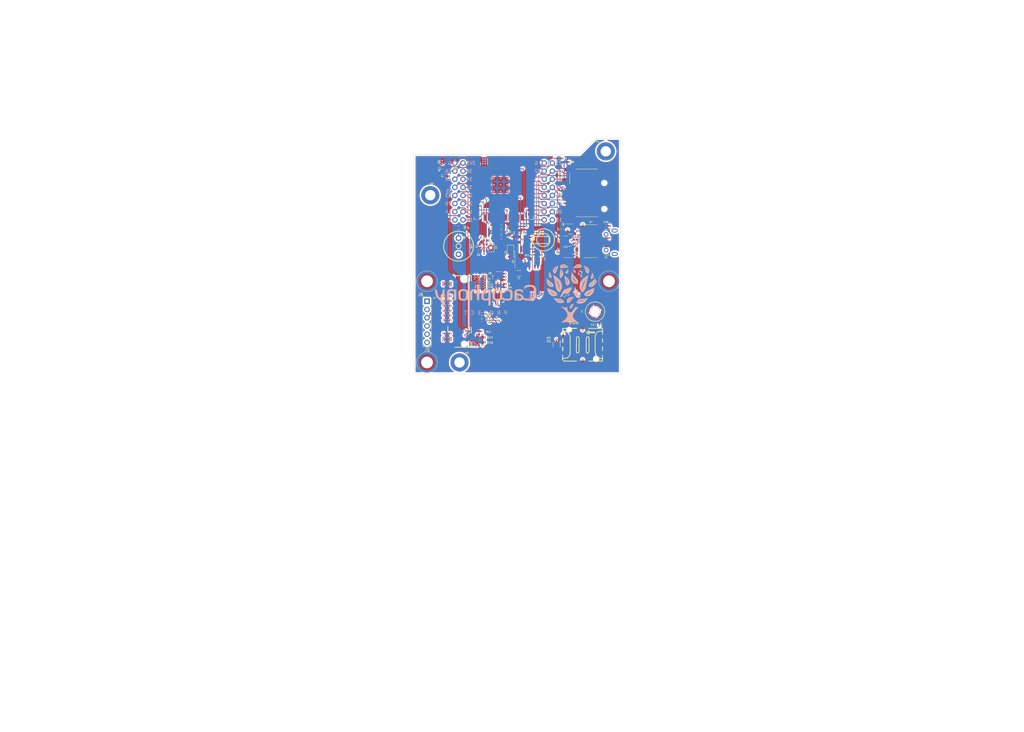
<source format=kicad_pcb>
(kicad_pcb (version 20221018) (generator pcbnew)
  (layers (0 "F.Cu" signal) (1 "In1.Cu" signal) (2 "In2.Cu" signal) (31 "B.Cu" signal) (34 "B.Paste" user) (35 "F.Paste" user) (36 "B.SilkS" user "B.Silkscreen") (37 "F.SilkS" user "F.Silkscreen") (38 "B.Mask" user) (39 "F.Mask" user) (44 "Edge.Cuts" user))
  (net 0 "")
  (net 1 "Net-(BT1-Pad1)")
  (net 2 "GND")
  (net 3 "+3V3")
  (net 4 "Net-(C4-Pad1)")
  (net 5 "Net-(C5-Pad1)")
  (net 6 "EN")
  (net 7 "Net-(C15-Pad1)")
  (net 8 "Net-(C16-Pad1)")
  (net 9 "Net-(C17-Pad2)")
  (net 10 "Net-(Card1-PadC2)")
  (net 11 "Net-(Card1-PadC3)")
  (net 13 "Net-(Card1-PadC7)")
  (net 14 "Net-(D1-Pad1)")
  (net 15 "Net-(D1-Pad2)")
  (net 16 "Net-(D1-Pad3)")
  (net 19 "SD_CS")
  (net 20 "SD_MOSI")
  (net 21 "SD_SCK")
  (net 22 "SD_MISO")
  (net 27 "Net-(J3-Pad2)")
  (net 28 "Net-(J3-Pad3)")
  (net 31 "SD_ENABLE")
  (net 32 "Net-(Q2-Pad1)")
  (net 33 "Net-(Q2-Pad2)")
  (net 34 "BOOT_MODE")
  (net 35 "Net-(Q3-Pad1)")
  (net 36 "Net-(Q3-Pad2)")
  (net 37 "LED_B")
  (net 38 "LED_G")
  (net 39 "LED_R")
  (net 40 "BUZZER")
  (net 41 "Net-(R5-Pad1)")
  (net 42 "SCL")
  (net 43 "SDA")
  (net 44 "~{W_DISABLE1}")
  (net 45 "Net-(R13-Pad1)")
  (net 46 "Net-(R14-Pad1)")
  (net 47 "Net-(R15-Pad1)")
  (net 50 "Net-(U4-Pad1)")
  (net 51 "Net-(U4-Pad2)")
  (net 52 "~{RTC_INT}")
  (net 54 "unconnected-(U5-Pad4)")
  (net 55 "unconnected-(U5-Pad5)")
  (net 56 "unconnected-(U5-Pad6)")
  (net 57 "I2S_BCLK")
  (net 58 "I2S_LRCLK")
  (net 65 "unconnected-(U5-Pad32)")
  (net 66 "RXD0")
  (net 67 "TXD0")
  (net 69 "4G_POWER_ON")
  (net 119 "unconnected-(U5-Pad24)")
  (net 120 "+1V8")
  (net 125 "SDA_1V8")
  (net 126 "SCL_1V8")
  (net 127 "Batt_Sense")
  (net 128 "TX_1V8")
  (net 129 "RX_1V8")
  (net 130 "I2S_DIN")
  (net 131 "unconnected-(U5-Pad27)")
  (net 135 "Net-(BZ1-Pad1)")
  (footprint "Crystal:Crystal_SMD_3215-2Pin_3.2x1.5mm" (layer "F.Cu") (at 147.305784 74.55)
    (fp_text reference "Y1")
    (fp_text value "Crystal")
  )
  (footprint "Capacitor_SMD:C_0603_1608Metric" (layer "F.Cu") (at 125 40.8 90)
    (fp_text reference "C6")
    (fp_text value "22uF")
  )
  (footprint "cacophony-footprints:SMD_M2_nut" (layer "F.Cu") (at 170.7 86.35 90)
    (fp_text reference "J4")
    (fp_text value "Screw_Terminal_01x01")
  )
  (footprint "cacophony-library:SMD_NUT_D5.6-HD3.6-L10.0" (layer "F.Cu") (at 119 77)
    (fp_text reference "J6")
    (fp_text value "Screw_Terminal_M2_L10")
  )
  (footprint "Capacitor_SMD:C_0402_1005Metric" (layer "F.Cu") (at 137.0015 64.451)
    (fp_text reference "C3")
    (fp_text value "68pF")
  )
  (footprint "cacophony-library:SMD_NUT_D5.6-HD3.6-L10.0" (layer "F.Cu") (at 119 102)
    (fp_text reference "J5")
    (fp_text value "Screw_Terminal_M2_L10")
  )
  (footprint "Capacitor_SMD:C_0402_1005Metric" (layer "F.Cu") (at 142.132037 78.863967)
    (fp_text reference "C19")
    (fp_text value "100nF")
  )
  (footprint "Package_SO:SOIC-8_3.9x4.9mm_P1.27mm" (layer "F.Cu") (at 148.605784 69.55 90)
    (fp_text reference "U4")
    (fp_text value "PCF8563T")
  )
  (footprint "Capacitor_SMD:C_0603_1608Metric" (layer "F.Cu") (at 135.25 76.25)
    (fp_text reference "C11")
    (fp_text value "22uF")
  )
  (footprint "Capacitor_SMD:C_0603_1608Metric" (layer "F.Cu") (at 145.805784 64.15 90)
    (fp_text reference "C4")
    (fp_text value "22uF")
  )
  (footprint "Package_TO_SOT_SMD:SOT-23-5" (layer "F.Cu") (at 140.982037 75.613967 180)
    (fp_text reference "U8")
    (fp_text value "RT9193-18GB")
  )
  (footprint "Capacitor_SMD:C_0402_1005Metric" (layer "F.Cu") (at 174.1 59.95)
    (fp_text reference "C16")
    (fp_text value "100nF")
  )
  (footprint "Package_TO_SOT_SMD:SOT-23" (layer "F.Cu") (at 161.65 64.65 180)
    (fp_text reference "Q3")
    (fp_text value "MMBT3904")
  )
  (footprint "Resistor_SMD:R_0402_1005Metric" (layer "F.Cu") (at 135.85 88.05)
    (fp_text reference "R14")
    (fp_text value "22ohm")
  )
  (footprint "Capacitor_SMD:C_0402_1005Metric" (layer "F.Cu") (at 140.232037 78.863967)
    (fp_text reference "C18")
    (fp_text value "100nF")
  )
  (footprint "Capacitor_SMD:C_0603_1608Metric" (layer "F.Cu") (at 135.25 95.85)
    (fp_text reference "C10")
    (fp_text value "22uF")
  )
  (footprint "Resistor_SMD:R_0402_1005Metric" (layer "F.Cu") (at 134.69125 92.4 180)
    (fp_text reference "R12")
    (fp_text value "100k")
  )
  (footprint "cacophony-footprints:LED_RGB" (layer "F.Cu") (at 138.75 61.85)
    (fp_text reference "D1")
    (fp_text value "LED_RGB")
  )
  (footprint "Resistor_SMD:R_0603_1608Metric" (layer "F.Cu") (at 128.65 60.55)
    (fp_text reference "R4")
    (fp_text value "180R")
  )
  (footprint "cacophony-footprints:M.2" (layer "F.Cu") (at 128.94125 86.3 90)
    (fp_text reference "U6")
    (fp_text value "SIM7600G-H-M.2")
  )
  (footprint "Capacitor_SMD:C_0603_1608Metric" (layer "F.Cu") (at 135.25 94.3)
    (fp_text reference "C13")
    (fp_text value "22uF")
  )
  (footprint "Resistor_SMD:R_0402_1005Metric" (layer "F.Cu") (at 135.85 87.05)
    (fp_text reference "R15")
    (fp_text value "22ohm")
  )
  (footprint "Resistor_SMD:R_0402_1005Metric" (layer "F.Cu") (at 134.8015 67.751 180)
    (fp_text reference "R5")
    (fp_text value "22ohm")
  )
  (footprint "Resistor_SMD:R_0402_1005Metric" (layer "F.Cu") (at 159.6 39.2 180)
    (fp_text reference "R9")
    (fp_text value "10K")
  )
  (footprint "Capacitor_SMD:C_0603_1608Metric" (layer "F.Cu") (at 125 43.9 -90)
    (fp_text reference "C7")
    (fp_text value "22uF")
  )
  (footprint "Resistor_SMD:R_0603_1608Metric" (layer "F.Cu") (at 147.405784 64.15 -90)
    (fp_text reference "R6")
    (fp_text value "620R")
  )
  (footprint "Connector_PinHeader_2.54mm:PinHeader_1x06_P2.54mm_Vertical" (layer "F.Cu") (at 119 83.15)
    (fp_text reference "J1")
    (fp_text value "Conn_01x06")
  )
  (footprint "cacophony-footprints:VQFN-14_L3.5-W3.5-P0.50-BL-EP" (layer "F.Cu") (at 140.897037 81.693967 -90)
    (fp_text reference "U9")
    (fp_text value "TXS0104ERGYR")
  )
  (footprint "cacophony-footprints:SOT-363_L2.0-W1.3-P0.65-LS2.1-TL" (layer "F.Cu") (at 158.88 96.51 -90)
    (fp_text reference "D3")
    (fp_text value "SMF05CT1G")
  )
  (footprint "Capacitor_SMD:C_0402_1005Metric" (layer "F.Cu") (at 172.55 90)
    (fp_text reference "C17")
    (fp_text value "220nF")
  )
  (footprint "MountingHole:MountingHole_3.2mm_M3_DIN965_Pad" (layer "F.Cu") (at 174 37)
    (fp_text reference "H1")
    (fp_text value "MountingHole")
  )
  (footprint "cacophony-footprints:BUZ-TH_BD9.0-P5.00-D0.6-FD" (layer "F.Cu") (at 128.7 66.2 -90)
    (fp_text reference "BZ1")
    (fp_text value "Buzzer")
  )
  (footprint "Resistor_SMD:R_0603_1608Metric" (layer "F.Cu") (at 141.85 61.85 180)
    (fp_text reference "R2")
    (fp_text value "180R")
  )
  (footprint "Capacitor_SMD:C_0603_1608Metric" (layer "F.Cu") (at 135.25 79.35)
    (fp_text reference "C8")
    (fp_text value "22uF")
  )
  (footprint "Capacitor_SMD:C_0402_1005Metric" (layer "F.Cu") (at 140.232037 77.863967)
    (fp_text reference "C12")
    (fp_text value "1uF")
  )
  (footprint "Capacitor_SMD:C_0402_1005Metric" (layer "F.Cu") (at 164.7 64.2 180)
    (fp_text reference "C15")
    (fp_text value "100nF")
  )
  (footprint "Package_TO_SOT_SMD:SOT-23" (layer "F.Cu") (at 163.2 60.9)
    (fp_text reference "Q1")
    (fp_text value "Q_PMOS_GSD")
  )
  (footprint "Sensor_Humidity:Sensirion_DFN-8-1EP_2.5x2.5mm_P0.5mm_EP1.1x1.7mm" (layer "F.Cu") (at 152.905784 70.05 -90)
    (fp_text reference "U1")
    (fp_text value "SHT30-DIS")
  )
  (footprint "MountingHole:MountingHole_3.2mm_M3_DIN965_Pad" (layer "F.Cu") (at 129 102)
    (fp_text reference "H3")
    (fp_text value "MountingHole")
  )
  (footprint "cacophony-footprints:CAP-SMD_FL11E" (layer "F.Cu") (at 149.766288 64.25 180)
    (fp_text reference "BT1")
    (fp_text value "Battery_Cell")
  )
  (footprint "Diode_SMD:D_SOD-123F" (layer "F.Cu") (at 144.705784 68.05 -90)
    (fp_text reference "D2")
    (fp_text value "D")
  )
  (footprint "Resistor_SMD:R_0402_1005Metric" (layer "F.Cu") (at 123.6 42.5 -90)
    (fp_text reference "R11")
    (fp_text value "10K")
  )
  (footprint "cacophony-footprints:920-E52A2021S10100" (layer "F.Cu") (at 178.49125 65 90)
    (fp_text reference "J3")
    (fp_text value "USB_B_Micro")
  )
  (footprint "Capacitor_SMD:C_0402_1005Metric" (layer "F.Cu") (at 160.25 50.8 180)
    (fp_text reference "C5")
    (fp_text value "1uF")
  )
  (footprint "Resistor_SMD:R_0603_1608Metric" (layer "F.Cu") (at 141.85 60.25 180)
    (fp_text reference "R1")
    (fp_text value "180R")
  )
  (footprint "Resistor_SMD:R_0603_1608Metric" (layer "F.Cu") (at 141.85 63.45 180)
    (fp_text reference "R3")
    (fp_text value "180R")
  )
  (footprint "Resistor_SMD:R_0402_1005Metric" (layer "F.Cu") (at 160.6 60.9 90)
    (fp_text reference "R7")
    (fp_text value "100K")
  )
  (footprint "cacophony-footprints:SD_Micro" (layer "F.Cu") (at 173.5525 49.8 90)
    (fp_text reference "J2")
    (fp_text value "Micro_SD_Card")
  )
  (footprint "cacophony-library:MIC_SPH0645LM4H-B" (layer "F.Cu") (at 138.6 66.65 90)
    (fp_text reference "U2")
    (fp_text value "SPH0645LM4H")
  )
  (footprint "Capacitor_SMD:C_0402_1005Metric" (layer "F.Cu") (at 142.132037 77.863967)
    (fp_text reference "C9")
    (fp_text value "1uF")
  )
  (footprint "cacophony-library:SMD_NUT_D5.6-HD3.6-L10.0" (layer "F.Cu") (at 175 77)
    (fp_text reference "J7")
    (fp_text value "Screw_Terminal_M2_L10")
  )
  (footprint "cacophony-footprints:ESP32-WROOM-32" (layer "F.Cu") (at 142.57186 48.0875)
    (fp_text reference "U5")
    (fp_text value "ESP32-WROOM-32")
  )
  (footprint "Capacitor_SMD:C_0402_1005Metric" (layer "F.Cu") (at 135.2015 66.251 -90)
    (fp_text reference "C1")
    (fp_text value "1uF")
  )
  (footprint "Resistor_SMD:R_0402_1005Metric" (layer "F.Cu") (at 135.85 89.05)
    (fp_text reference "R13")
    (fp_text value "22ohm")
  )
  (footprint "Resistor_SMD:R_0402_1005Metric" (layer "F.Cu") (at 161.6 40.3 180)
    (fp_text reference "R8")
    (fp_text value "10K")
  )
  (footprint "cacophony-footprints:SIM-Nano" (layer "F.Cu") (at 166.88 96.56 90)
    (fp_text reference "Card1")
    (fp_text value "SIM-Nano")
  )
  (footprint "Resistor_SMD:R_0402_1005Metric" (layer "F.Cu") (at 164.2 65.85 90)
    (fp_text reference "R17")
    (fp_text value "10K")
  )
  (footprint "Capacitor_SMD:C_0603_1608Metric" (layer "F.Cu") (at 135.25 77.8)
    (fp_text reference "C14")
    (fp_text value "22uF")
  )
  (footprint "Capacitor_SMD:C_0402_1005Metric" (layer "F.Cu") (at 152.655784 72.3 180)
    (fp_text reference "C2")
    (fp_text value "220nF")
  )
  (footprint "MountingHole:MountingHole_3.2mm_M3_DIN965_Pad" (layer "F.Cu") (at 120 50.5)
    (fp_text reference "H2")
    (fp_text value "MountingHole")
  )
  (footprint "Package_SO:SOIC-16_3.9x9.9mm_P1.27mm" (layer "F.Cu") (at 169.4 64.65)
    (fp_text reference "U7")
    (fp_text value "CH340C")
  )
  (footprint "Package_TO_SOT_SMD:SOT-23" (layer "F.Cu") (at 161.65 68.15 180)
    (fp_text reference "Q2")
    (fp_text value "MMBT3904")
  )
  (footprint "Resistor_SMD:R_0402_1005Metric" (layer "F.Cu") (at 164.15 68.6 -90)
    (fp_text reference "R16")
    (fp_text value "10K")
  )
  (footprint "cacophony-footprints:logo" (layer "B.Cu") (at 146.15 81.15 180)
    (fp_text reference "U3" hide)
    (fp_text value "Logo" hide)
  )
  (gr_line (start 115 38) (end 115 105.5) (stroke (width 0.1)) (layer "Edge.Cuts"))
  (gr_line (start 115 38) (end 166 38) (stroke (width 0.1)) (layer "Edge.Cuts"))
  (gr_line (start 115 105.5) (end 178.5 105.5) (stroke (width 0.1)) (layer "Edge.Cuts"))
  (gr_line (start 178.5 33) (end 178.5 105.5) (stroke (width 0.1)) (layer "Edge.Cuts"))
  (gr_line (start 166 38) (end 171 33) (stroke (width 0.1)) (layer "Edge.Cuts"))
  (gr_line (start 171 33) (end 178.5 33) (stroke (width 0.1)) (layer "Edge.Cuts"))
  (segment (start 149.766288 65.01) (end 149.090784 65.01) (width 0.25) (layer "F.Cu") (net 1))
  (segment (start 149.090784 65.01) (end 147.405784 63.325) (width 0.25) (layer "F.Cu") (net 1))
  (segment (start 138.05 62.55) (end 138.05 61.85) (width 0.3) (layer "F.Cu") (net 2))
  (segment (start 166.88 91.17) (end 166.88 92.01) (width 0.25) (layer "F.Cu") (net 2))
  (segment (start 125 44.675) (end 125.775 44.675) (width 0.25) (layer "F.Cu") (net 2))
  (segment (start 150.510784 72.025) (end 150.510784 73.295) (width 0.25) (layer "F.Cu") (net 2))
  (segment (start 134.07186 39.8325) (end 131.1825 39.8325) (width 0.25) (layer "F.Cu") (net 2))
  (segment (start 138.58 65.4725) (end 138.6015 65.451) (width 0.25) (layer "F.Cu") (net 2))
  (segment (start 172.07 90.63) (end 172.05 90.65) (width 0.25) (layer "F.Cu") (net 2))
  (segment (start 125.16125 94.55) (end 124.133181 94.55) (width 0.3) (layer "F.Cu") (net 2))
  (segment (start 124.132173 77.55) (end 123.985224 77.403051) (width 0.3) (layer "F.Cu") (net 2))
  (segment (start 124.133181 94.55) (end 123.984204 94.401023) (width 0.3) (layer "F.Cu") (net 2))
  (segment (start 150.510784 73.295) (end 150.505784 73.3) (width 0.25) (layer "F.Cu") (net 2))
  (segment (start 137.4015 66.751) (end 138.1525 66) (width 0.25) (layer "F.Cu") (net 2))
  (segment (start 136.85686 57.3425) (end 136.85686 58.08236) (width 0.3) (layer "F.Cu") (net 2))
  (segment (start 138.05 61.85) (end 138.05 61.15) (width 0.3) (layer "F.Cu") (net 2))
  (segment (start 126.208631 94.55) (end 126.312143 94.446488) (width 0.3) (layer "F.Cu") (net 2))
  (segment (start 166.925 59.525) (end 166.9 59.5) (width 0.3) (layer "F.Cu") (net 2))
  (segment (start 124.09125 78.05) (end 123.99125 78.15) (width 0.3) (layer "F.Cu") (net 2))
  (segment (start 162.5025 53.05) (end 161.15 53.05) (width 0.25) (layer "F.Cu") (net 2))
  (segment (start 153.135784 72.88) (end 153.155784 72.9) (width 0.25) (layer "F.Cu") (net 2))
  (segment (start 153.155784 68.875) (end 153.155784 69.8) (width 0.25) (layer "F.Cu") (net 2))
  (segment (start 151.295784 63.49) (end 151.305784 63.5) (width 0.25) (layer "F.Cu") (net 2))
  (segment (start 136.025 95.85) (end 136.8 95.85) (width 0.25) (layer "F.Cu") (net 2))
  (segment (start 135.2015 66.731) (end 135.385088 66.731) (width 0.25) (layer "F.Cu") (net 2))
  (segment (start 140.712037 77.863967) (end 140.712037 78.863967) (width 0.3) (layer "F.Cu") (net 2))
  (segment (start 164.22 64.2) (end 163.85 64.2) (width 0.2) (layer "F.Cu") (net 2))
  (segment (start 142.612037 77.863967) (end 143.232037 77.863967) (width 0.3) (layer "F.Cu") (net 2))
  (segment (start 125.16125 87.55) (end 124.09125 87.55) (width 0.3) (layer "F.Cu") (net 2))
  (segment (start 153.155784 71.225) (end 153.155784 72.28) (width 0.25) (layer "F.Cu") (net 2))
  (segment (start 151.07186 39.8325) (end 154.31686 39.8325) (width 0.25) (layer "F.Cu") (net 2))
  (segment (start 144.980784 63.375) (end 144.955784 63.35) (width 0.25) (layer "F.Cu") (net 2))
  (segment (start 160.91 93.24) (end 160.88 93.21) (width 0.25) (layer "F.Cu") (net 2))
  (segment (start 140.712037 78.863967) (end 140.712037 79.490249) (width 0.3) (layer "F.Cu") (net 2))
  (segment (start 125.5625 40.5875) (end 125 40.025) (width 0.25) (layer "F.Cu") (net 2))
  (segment (start 125.16125 81.55) (end 126.29125 81.55) (width 0.3) (layer "F.Cu") (net 2))
  (segment (start 125.775 44.675) (end 125.8 44.65) (width 0.25) (layer "F.Cu") (net 2))
  (segment (start 130.6 39.25) (end 128.90936 39.25) (width 0.25) (layer "F.Cu") (net 2))
  (segment (start 136.025 94.3) (end 136.85 94.3) (width 0.25) (layer "F.Cu") (net 2))
  (segment (start 125.16125 94.55) (end 126.208631 94.55) (width 0.3) (layer "F.Cu") (net 2))
  (segment (start 136.025 93.525) (end 136.05 93.5) (width 0.25) (layer "F.Cu") (net 2))
  (segment (start 140.712037 77.283967) (end 140.732037 77.263967) (width 0.3) (layer "F.Cu") (net 2))
  (segment (start 140.147037 83.443967) (end 140.147037 84.094213) (width 0.3) (layer "F.Cu") (net 2))
  (segment (start 136.025 95.85) (end 136.025 96.675) (width 0.25) (layer "F.Cu") (net 2))
  (segment (start 131.1825 39.8325) (end 130.6 39.25) (width 0.25) (layer "F.Cu") (net 2))
  (segment (start 135.385088 66.731) (end 135.782073 66.334015) (width 0.25) (layer "F.Cu") (net 2))
  (segment (start 136.8 95.85) (end 136.85 95.8) (width 0.25) (layer "F.Cu") (net 2))
  (segment (start 149.766288 63.49) (end 151.295784 63.49) (width 0.25) (layer "F.Cu") (net 2))
  (segment (start 153.155784 71.225) (end 153.155784 70.3) (width 0.25) (layer "F.Cu") (net 2))
  (segment (start 124.100582 81.55) (end 124.071087 81.579495) (width 0.3) (layer "F.Cu") (net 2))
  (segment (start 140.147037 84.094213) (end 140.04125 84.2) (width 0.3) (layer "F.Cu") (net 2))
  (segment (start 125.16125 81.55) (end 124.100582 81.55) (width 0.3) (layer "F.Cu") (net 2))
  (segment (start 174.58 59.95) (end 175.3 59.95) (width 0.3) (layer "F.Cu") (net 2))
  (segment (start 125.16125 89.05) (end 126.24125 89.05) (width 0.3) (layer "F.Cu") (net 2))
  (segment (start 138.1525 66) (end 138.58 66) (width 0.25) (layer "F.Cu") (net 2))
  (segment (start 125.16125 78.05) (end 124.09125 78.05) (width 0.3) (layer "F.Cu") (net 2))
  (segment (start 166.88 101.95) (end 166.88 101.11) (width 0.25) (layer "F.Cu") (net 2))
  (segment (start 125.16125 89.05) (end 124.09125 89.05) (width 0.3) (layer "F.Cu") (net 2))
  (segment (start 125.16125 93.05) (end 126.24125 93.05) (width 0.3) (layer "F.Cu") (net 2))
  (segment (start 138.05 61.15) (end 138.05 60.55) (width 0.3) (layer "F.Cu") (net 2))
  (segment (start 125.16125 78.05) (end 126.19125 78.05) (width 0.3) (layer "F.Cu") (net 2))
  (segment (start 140.712037 79.490249) (end 140.73552 79.513732) (width 0.3) (layer "F.Cu") (net 2))
  (segment (start 125.16125 84.55) (end 124.09125 84.55) (width 0.3) (layer "F.Cu") (net 2))
  (segment (start 166.925 60.205) (end 166.925 59.525) (width 0.3) (layer "F.Cu") (net 2))
  (segment (start 126.19125 78.05) (end 126.34125 78.2) (width 0.3) (layer "F.Cu") (net 2))
  (segment (start 126.208631 95.05) (end 126.312143 95.153512) (width 0.3) (layer "F.Cu") (net 2))
  (segment (start 158.88 95.59) (end 158.88 94.91) (width 0.25) (layer "F.Cu") (net 2))
  (segment (start 125.16125 93.05) (end 124.04125 93.05) (width 0.3) (layer "F.Cu") (net 2))
  (segment (start 136.85686 58.08236) (end 137.8745 59.1) (width 0.3) (layer "F.Cu") (net 2))
  (segment (start 174.09125 63.7) (end 175.15 63.7) (width 0.2) (layer "F.Cu") (net 2))
  (segment (start 142.119537 75.613967) (end 143.132037 75.613967) (width 0.3) (layer "F.Cu") (net 2))
  (segment (start 125.16125 84.55) (end 126.29125 84.55) (width 0.3) (layer "F.Cu") (net 2))
  (segment (start 125.16125 87.55) (end 126.219862 87.55) (width 0.3) (layer "F.Cu") (net 2))
  (segment (start 163.85 64.2) (end 163.5 64.55) (width 0.2) (layer "F.Cu") (net 2))
  (segment (start 125.16125 95.05) (end 124.132173 95.05) (width 0.3) (layer "F.Cu") (net 2))
  (segment (start 138.58 66) (end 138.58 65.4725) (width 0.25) (layer "F.Cu") (net 2))
  (segment (start 142.612037 77.863967) (end 142.612037 78.863967) (width 0.3) (layer "F.Cu") (net 2))
  (segment (start 128.90936 39.25) (end 127.57186 40.5875) (width 0.25) (layer "F.Cu") (net 2))
  (segment (start 159.77 50.13) (end 159.8 50.1) (width 0.3) (layer "F.Cu") (net 2))
  (segment (start 125.16125 77.55) (end 124.132173 77.55) (width 0.3) (layer "F.Cu") (net 2))
  (segment (start 125.16125 83.05) (end 126.29125 83.05) (width 0.3) (layer "F.Cu") (net 2))
  (segment (start 161.15 53.05) (end 161.1 53) (width 0.25) (layer "F.Cu") (net 2))
  (segment (start 153.135784 72.3) (end 153.135784 72.88) (width 0.25) (layer "F.Cu") (net 2))
  (segment (start 136.025 94.3) (end 136.025 93.525) (width 0.25) (layer "F.Cu") (net 2))
  (segment (start 160.91 94.02) (end 160.91 93.24) (width 0.25) (layer "F.Cu") (net 2))
  (segment (start 125.16125 77.55) (end 126.198512 77.55) (width 0.3) (layer "F.Cu") (net 2))
  (segment (start 137.348 67.55) (end 137.348 66.8045) (width 0.25) (layer "F.Cu") (net 2))
  (segment (start 126.198512 77.55) (end 126.327877 77.420635) (width 0.3) (layer "F.Cu") (net 2))
  (segment (start 142.612037 78.863967) (end 143.232037 78.863967) (width 0.3) (layer "F.Cu") (net 2))
  (segment (start 153.155784 72.28) (end 153.135784 72.3) (width 0.25) (layer "F.Cu") (net 2))
  (segment (start 137.348 66.8045) (end 137.4015 66.751) (width 0.25) (layer "F.Cu") (net 2))
  (segment (start 137.4815 64.451) (end 138.1015 64.451) (width 0.25) (layer "F.Cu") (net 2))
  (segment (start 125.16125 86.05) (end 126.24125 86.05) (width 0.3) (layer "F.Cu") (net 2))
  (segment (start 154.31686 39.8325) (end 155.07186 40.5875) (width 0.25) (layer "F.Cu") (net 2))
  (segment (start 138.05 62.55) (end 138.05 63.1) (width 0.3) (layer "F.Cu") (net 2))
  (segment (start 126.219862 87.55) (end 126.227369 87.557507) (width 0.3) (layer "F.Cu") (net 2))
  (segment (start 153.155784 71.225) (end 153.655784 71.225) (width 0.25) (layer "F.Cu") (net 2))
  (segment (start 124.100582 86.05) (end 124.071087 86.079495) (width 0.3) (layer "F.Cu") (net 2))
  (segment (start 125.16125 95.05) (end 126.208631 95.05) (width 0.3) (layer "F.Cu") (net 2))
  (segment (start 127.57186 40.5875) (end 125.5625 40.5875) (width 0.25) (layer "F.Cu") (net 2))
  (segment (start 145.805784 63.375) (end 144.980784 63.375) (width 0.25) (layer "F.Cu") (net 2))
  (segment (start 172.07 90) (end 172.07 90.63) (width 0.25) (layer "F.Cu") (net 2))
  (segment (start 153.155784 69.8) (end 152.905784 70.05) (width 0.25) (layer "F.Cu") (net 2))
  (segment (start 136.025 96.675) (end 136.05 96.7) (width 0.25) (layer "F.Cu") (net 2))
  (segment (start 140.712037 77.863967) (end 140.712037 77.283967) (width 0.3) (layer "F.Cu") (net 2))
  (segment (start 125.16125 83.05) (end 124.04125 83.05) (width 0.3) (layer "F.Cu") (net 2))
  (segment (start 125.16125 86.05) (end 124.100582 86.05) (width 0.3) (layer "F.Cu") (net 2))
  (segment (start 124.132173 95.05) (end 123.985224 95.196949) (width 0.3) (layer "F.Cu") (net 2))
  (segment (start 153.155784 70.3) (end 152.905784 70.05) (width 0.25) (layer "F.Cu") (net 2))
  (segment (start 159.77 50.8) (end 159.77 50.13) (width 0.3) (layer "F.Cu") (net 2))
  (via (at 158.88 94.91) (size 0.6) (drill 0.3) (layers "F.Cu" "B.Cu") (net 2))
  (via (at 136.2 40.8) (size 0.6) (drill 0.3) (layers "F.Cu" "B.Cu") (net 2))
  (via (at 136.85 77.8) (size 0.6) (drill 0.3) (layers "F.Cu" "B.Cu") (net 2))
  (via (at 126.312143 94.446488) (size 0.6) (drill 0.3) (layers "F.Cu" "B.Cu") (net 2))
  (via (at 140.732037 77.263967) (size 0.6) (drill 0.3) (layers "F.Cu" "B.Cu") (net 2))
  (via (at 141.630678 45.322503) (size 0.6) (drill 0.3) (layers "F.Cu" "B.Cu") (net 2))
  (via (at 124.071087 86.079495) (size 0.6) (drill 0.3) (layers "F.Cu" "B.Cu") (net 2))
  (via (at 136.85 76.2) (size 0.6) (drill 0.3) (layers "F.Cu" "B.Cu") (net 2))
  (via (at 140.73552 79.513732) (size 0.6) (drill 0.3) (layers "F.Cu" "B.Cu") (net 2))
  (via (at 123.984204 94.401023) (size 0.6) (drill 0.3) (layers "F.Cu" "B.Cu") (net 2))
  (via (at 138.1015 64.451) (size 0.6) (drill 0.3) (layers "F.Cu" "B.Cu") (net 2))
  (via (at 139.628149 49.327562) (size 0.6) (drill 0.3) (layers "F.Cu" "B.Cu") (net 2))
  (via (at 139.628149 47.325032) (size 0.6) (drill 0.3) (layers "F.Cu" "B.Cu") (net 2))
  (via (at 123.7 39.9) (size 0.6) (drill 0.3) (layers "F.Cu" "B.Cu") (net 2))
  (via (at 137.8745 59.1) (size 0.6) (drill 0.3) (layers "F.Cu" "B.Cu") (net 2))
  (via (at 153.155784 72.9) (size 0.6) (drill 0.3) (layers "F.Cu" "B.Cu") (net 2))
  (via (at 136.05 80.2) (size 0.6) (drill 0.3) (layers "F.Cu" "B.Cu") (net 2))
  (via (at 141.630678 49.327562) (size 0.6) (drill 0.3) (layers "F.Cu" "B.Cu") (net 2))
  (via (at 172.05 90.65) (size 0.6) (drill 0.3) (layers "F.Cu" "B.Cu") (net 2))
  (via (at 136.9 40.8) (size 0.6) (drill 0.3) (layers "F.Cu" "B.Cu") (net 2))
  (via (at 126.24125 89.05) (size 0.6) (drill 0.3) (layers "F.Cu" "B.Cu") (net 2))
  (via (at 159.8 50.1) (size 0.6) (drill 0.3) (layers "F.Cu" "B.Cu") (net 2))
  (via (at 141.630678 47.325032) (size 0.6) (drill 0.3) (layers "F.Cu" "B.Cu") (net 2))
  (via (at 123.985224 77.403051) (size 0.6) (drill 0.3) (layers "F.Cu" "B.Cu") (net 2))
  (via (at 136.85 75.4) (size 0.6) (drill 0.3) (layers "F.Cu" "B.Cu") (net 2))
  (via (at 138.05 60.55) (size 0.6) (drill 0.3) (layers "F.Cu" "B.Cu") (net 2))
  (via (at 150.505784 73.3) (size 0.6) (drill 0.3) (layers "F.Cu" "B.Cu") (net 2))
  (via (at 175.15 63.7) (size 0.6) (drill 0.3) (layers "F.Cu" "B.Cu") (net 2))
  (via (at 135.782073 66.334015) (size 0.6) (drill 0.3) (layers "F.Cu" "B.Cu") (net 2))
  (via (at 166.88 101.11) (size 0.6) (drill 0.3) (layers "F.Cu" "B.Cu") (net 2))
  (via (at 126.34125 78.2) (size 0.6) (drill 0.3) (layers "F.Cu" "B.Cu") (net 2))
  (via (at 124.04125 93.05) (size 0.6) (drill 0.3) (layers "F.Cu" "B.Cu") (net 2))
  (via (at 136.05 96.7) (size 0.6) (drill 0.3) (layers "F.Cu" "B.Cu") (net 2))
  (via (at 143.132037 75.613967) (size 0.6) (drill 0.3) (layers "F.Cu" "B.Cu") (net 2))
  (via (at 140.04125 84.2) (size 0.6) (drill 0.3) (layers "F.Cu" "B.Cu") (net 2))
  (via (at 136.85 78.6) (size 0.6) (drill 0.3) (layers "F.Cu" "B.Cu") (net 2))
  (via (at 124.04125 83.05) (size 0.6) (drill 0.3) (layers "F.Cu" "B.Cu") (net 2))
  (via (at 124.071087 81.579495) (size 0.6) (drill 0.3) (layers "F.Cu" "B.Cu") (net 2))
  (via (at 138.05 63.1) (size 0.6) (drill 0.3) (layers "F.Cu" "B.Cu") (net 2))
  (via (at 143.6 49.3) (size 0.6) (drill 0.3) (layers "F.Cu" "B.Cu") (net 2))
  (via (at 124.09125 87.55) (size 0.6) (drill 0.3) (layers "F.Cu" "B.Cu") (net 2))
  (via (at 151.305784 63.5) (size 0.6) (drill 0.3) (layers "F.Cu" "B.Cu") (net 2))
  (via (at 125.8 44.65) (size 0.6) (drill 0.3) (layers "F.Cu" "B.Cu") (net 2))
  (via (at 143.633208 47.325032) (size 0.6) (drill 0.3) (layers "F.Cu" "B.Cu") (net 2))
  (via (at 126.24125 86.05) (size 0.6) (drill 0.3) (layers "F.Cu" "B.Cu") (net 2))
  (via (at 144.955784 63.35) (size 0.6) (drill 0.3) (layers "F.Cu" "B.Cu") (net 2))
  (via (at 166.9 59.5) (size 0.6) (drill 0.3) (layers "F.Cu" "B.Cu") (net 2))
  (via (at 136.9 39.4) (size 0.6) (drill 0.3) (layers "F.Cu" "B.Cu") (net 2))
  (via (at 166.88 92.01) (size 0.6) (drill 0.3) (layers "F.Cu" "B.Cu") (net 2))
  (via (at 136.85 80.2) (size 0.6) (drill 0.3) (layers "F.Cu" "B.Cu") (net 2))
  (via (at 126.29125 81.55) (size 0.6) (drill 0.3) (layers "F.Cu" "B.Cu") (net 2))
  (via (at 138.6015 65.451) (size 0.6) (drill 0.3) (layers "F.Cu" "B.Cu") (net 2))
  (via (at 161.1 53) (size 0.6) (drill 0.3) (layers "F.Cu" "B.Cu") (net 2))
  (via (at 136.85 79.4) (size 0.6) (drill 0.3) (layers "F.Cu" "B.Cu") (net 2))
  (via (at 143.232037 78.863967) (size 0.6) (drill 0.3) (layers "F.Cu" "B.Cu") (net 2))
  (via (at 143.232037 77.863967) (size 0.6) (drill 0.3) (layers "F.Cu" "B.Cu") (net 2))
  (via (at 126.227369 87.557507) (size 0.6) (drill 0.3) (layers "F.Cu" "B.Cu") (net 2))
  (via (at 136.05 75.4) (size 0.6) (drill 0.3) (layers "F.Cu" "B.Cu") (net 2))
  (via (at 143.633208 45.322503) (size 0.6) (drill 0.3) (layers "F.Cu" "B.Cu") (net 2))
  (via (at 136.9 40.1) (size 0.6) (drill 0.3) (layers "F.Cu" "B.Cu") (net 2))
  (via (at 136.2 39.4) (size 0.6) (drill 0.3) (layers "F.Cu" "B.Cu") (net 2))
  (via (at 137.4015 66.751) (size 0.6) (drill 0.3) (layers "F.Cu" "B.Cu") (net 2))
  (via (at 126.312143 95.153512) (size 0.6) (drill 0.3) (layers "F.Cu" "B.Cu") (net 2))
  (via (at 136.2 40.1) (size 0.6) (drill 0.3) (layers "F.Cu" "B.Cu") (net 2))
  (via (at 136.05 93.5) (size 0.6) (drill 0.3) (layers "F.Cu" "B.Cu") (net 2))
  (via (at 123.985224 95.196949) (size 0.6) (drill 0.3) (layers "F.Cu" "B.Cu") (net 2))
  (via (at 136.85 95.8) (size 0.6) (drill 0.3) (layers "F.Cu" "B.Cu") (net 2))
  (via (at 124.09125 89.05) (size 0.6) (drill 0.3) (layers "F.Cu" "B.Cu") (net 2))
  (via (at 160.88 93.21) (size 0.6) (drill 0.3) (layers "F.Cu" "B.Cu") (net 2))
  (via (at 136.85 94.3) (size 0.6) (drill 0.3) (layers "F.Cu" "B.Cu") (net 2))
  (via (at 124.09125 84.55) (size 0.6) (drill 0.3) (layers "F.Cu" "B.Cu") (net 2))
  (via (at 139.628149 45.322503) (size 0.6) (drill 0.3) (layers "F.Cu" "B.Cu") (net 2))
  (via (at 163.5 64.55) (size 0.6) (drill 0.3) (layers "F.Cu" "B.Cu") (net 2))
  (via (at 136.85 77) (size 0.6) (drill 0.3) (layers "F.Cu" "B.Cu") (net 2))
  (via (at 126.29125 83.05) (size 0.6) (drill 0.3) (layers "F.Cu" "B.Cu") (net 2))
  (via (at 123.7 40.7) (size 0.6) (drill 0.3) (layers "F.Cu" "B.Cu") (net 2))
  (via (at 175.3 59.95) (size 0.6) (drill 0.3) (layers "F.Cu" "B.Cu") (net 2))
  (via (at 123.99125 78.15) (size 0.6) (drill 0.3) (layers "F.Cu" "B.Cu") (net 2))
  (via (at 126.24125 93.05) (size 0.6) (drill 0.3) (layers "F.Cu" "B.Cu") (net 2))
  (via (at 126.327877 77.420635) (size 0.6) (drill 0.3) (layers "F.Cu" "B.Cu") (net 2))
  (via (at 126.29125 84.55) (size 0.6) (drill 0.3) (layers "F.Cu" "B.Cu") (net 2))
  (segment (start 142.119537 76.563967) (end 142.119537 77.126467) (width 0.3) (layer "F.Cu") (net 3))
  (segment (start 133.65 78.3) (end 134.475 79.125) (width 0.25) (layer "F.Cu") (net 3))
  (segment (start 134.07186 41.1025) (end 130.58686 41.1025) (width 0.25) (layer "F.Cu") (net 3))
  (segment (start 142.119537 76.563967) (end 143.082037 76.563967) (width 0.3) (layer "F.Cu") (net 3))
  (segment (start 162.11 40.3) (end 162.8 40.3) (width 0.3) (layer "F.Cu") (net 3))
  (segment (start 132.72125 77.3) (end 132.72125 78.3) (width 0.25) (layer "F.Cu") (net 3))
  (segment (start 123.6 41.99) (end 123.81 41.99) (width 0.25) (layer "F.Cu") (net 3))
  (segment (start 132.72125 77.3) (end 133.425 77.3) (width 0.25) (layer "F.Cu") (net 3))
  (segment (start 136.526 65.75) (end 136.5005 65.75) (width 0.4) (layer "F.Cu") (net 3))
  (segment (start 161.04 61.85) (end 160.6 61.41) (width 0.25) (layer "F.Cu") (net 3))
  (segment (start 127.25 41.8) (end 128.275546 41.8) (width 0.25) (layer "F.Cu") (net 3))
  (segment (start 152.175784 72.3) (end 152.175784 72.88) (width 0.25) (layer "F.Cu") (net 3))
  (segment (start 152.175784 72.88) (end 152.155784 72.9) (width 0.25) (layer "F.Cu") (net 3))
  (segment (start 132.72125 78.3) (end 133.65 78.3) (width 0.25) (layer "F.Cu") (net 3))
  (segment (start 142.119537 74.663967) (end 143.132037 74.663967) (width 0.3) (layer "F.Cu") (net 3))
  (segment (start 128.275546 41.8) (end 129.488046 40.5875) (width 0.25) (layer "F.Cu") (net 3))
  (segment (start 134.475 79.125) (end 134.475 79.35) (width 0.25) (layer "F.Cu") (net 3))
  (segment (start 132.72125 94.8) (end 132.72125 95.3) (width 0.25) (layer "F.Cu") (net 3))
  (segment (start 133.925 95.3) (end 134.475 95.85) (width 0.25) (layer "F.Cu") (net 3))
  (segment (start 141.652037 77.031467) (end 142.119537 76.563967) (width 0.3) (layer "F.Cu") (net 3))
  (segment (start 162.2625 61.85) (end 162.2625 61.2125) (width 0.25) (layer "F.Cu") (net 3))
  (segment (start 141.652037 78.863967) (end 141.652037 77.863967) (width 0.3) (layer "F.Cu") (net 3))
  (segment (start 125 41.575) (end 127.025 41.575) (width 0.25) (layer "F.Cu") (net 3))
  (segment (start 130.58686 41.1025) (end 130.07186 40.5875) (width 0.25) (layer "F.Cu") (net 3))
  (segment (start 127.025 41.575) (end 127.25 41.8) (width 0.25) (layer "F.Cu") (net 3))
  (segment (start 142.119537 77.126467) (end 142.082037 77.163967) (width 0.3) (layer "F.Cu") (net 3))
  (segment (start 144.705784 69.45) (end 143.805784 69.45) (width 0.25) (layer "F.Cu") (net 3))
  (segment (start 124.225 41.575) (end 125 41.575) (width 0.25) (layer "F.Cu") (net 3))
  (segment (start 132.72125 94.8) (end 133.975 94.8) (width 0.25) (layer "F.Cu") (net 3))
  (segment (start 141.647037 79.943967) (end 141.647037 78.868967) (width 0.3) (layer "F.Cu") (net 3))
  (segment (start 133.425 77.3) (end 134.475 76.25) (width 0.25) (layer "F.Cu") (net 3))
  (segment (start 152.155784 72.28) (end 152.175784 72.3) (width 0.25) (layer "F.Cu") (net 3))
  (segment (start 160.11 39.2) (end 160.7 39.2) (width 0.3) (layer "F.Cu") (net 3))
  (segment (start 141.647037 78.868967) (end 141.652037 78.863967) (width 0.3) (layer "F.Cu") (net 3))
  (segment (start 136.5005 65.75) (end 136.0015 65.251) (width 0.4) (layer "F.Cu") (net 3))
  (segment (start 141.652037 77.863967) (end 141.652037 77.031467) (width 0.3) (layer "F.Cu") (net 3))
  (segment (start 141.647037 79.943967) (end 142.102037 79.943967) (width 0.3) (layer "F.Cu") (net 3))
  (segment (start 132.72125 95.3) (end 133.925 95.3) (width 0.25) (layer "F.Cu") (net 3))
  (segment (start 129.488046 40.5875) (end 130.07186 40.5875) (width 0.25) (layer "F.Cu") (net 3))
  (segment (start 123.81 41.99) (end 124.225 41.575) (width 0.25) (layer "F.Cu") (net 3))
  (segment (start 152.155784 71.225) (end 152.155784 72.28) (width 0.25) (layer "F.Cu") (net 3))
  (segment (start 162.2625 61.2125) (end 162.25 61.2) (width 0.25) (layer "F.Cu") (net 3))
  (segment (start 133.975 94.8) (end 134.475 94.3) (width 0.25) (layer "F.Cu") (net 3))
  (segment (start 162.2625 61.85) (end 161.04 61.85) (width 0.25) (layer "F.Cu") (net 3))
  (segment (start 135.20125 92.4) (end 135.79125 92.4) (width 0.3) (layer "F.Cu") (net 3))
  (segment (start 142.102037 79.943967) (end 142.132037 79.913967) (width 0.3) (layer "F.Cu") (net 3))
  (segment (start 132.72125 77.8) (end 134.475 77.8) (width 0.25) (layer "F.Cu") (net 3))
  (via (at 152.155784 72.9) (size 0.6) (drill 0.3) (layers "F.Cu" "B.Cu") (net 3))
  (via (at 135.2015 65.251) (size 0.45) (drill 0.2) (layers "F.Cu" "B.Cu") (net 3))
  (via (at 142.132037 79.913967) (size 0.6) (drill 0.3) (layers "F.Cu" "B.Cu") (net 3))
  (via (at 143.805784 69.45) (size 0.6) (drill 0.3) (layers "F.Cu" "B.Cu") (net 3))
  (via (at 162.25 61.2) (size 0.6) (drill 0.3) (layers "F.Cu" "B.Cu") (net 3))
  (via (at 134.55 75.4) (size 0.6) (drill 0.3) (layers "F.Cu" "B.Cu") (net 3))
  (via (at 162.8 40.3) (size 0.6) (drill 0.3) (layers "F.Cu" "B.Cu") (net 3))
  (via (at 133.65 96.7) (size 0.6) (drill 0.3) (layers "F.Cu" "B.Cu") (net 3))
  (via (at 134.95 80.2) (size 0.6) (drill 0.3) (layers "F.Cu" "B.Cu") (net 3))
  (via (at 135.79125 92.4) (size 0.6) (drill 0.3) (layers "F.Cu" "B.Cu") (net 3))
  (via (at 132.95 96) (size 0.6) (drill 0.3) (layers "F.Cu" "B.Cu") (net 3))
  (via (at 134.45 93.5) (size 0.6) (drill 0.3) (layers "F.Cu" "B.Cu") (net 3))
  (via (at 136.0015 64.451) (size 0.45) (drill 0.2) (layers "F.Cu" "B.Cu") (net 3))
  (via (at 143.082037 76.563967) (size 0.6) (drill 0.3) (layers "F.Cu" "B.Cu") (net 3))
  (via (at 132.95 96.7) (size 0.6) (drill 0.3) (layers "F.Cu" "B.Cu") (net 3))
  (via (at 133.65 96) (size 0.6) (drill 0.3) (layers "F.Cu" "B.Cu") (net 3))
  (via (at 133.65 75.4) (size 0.6) (drill 0.3) (layers "F.Cu" "B.Cu") (net 3))
  (via (at 134.45 96.7) (size 0.6) (drill 0.3) (layers "F.Cu" "B.Cu") (net 3))
  (via (at 136.0015 65.251) (size 0.45) (drill 0.2) (layers "F.Cu" "B.Cu") (net 3))
  (via (at 160.7 39.2) (size 0.6) (drill 0.3) (layers "F.Cu" "B.Cu") (net 3))
  (via (at 142.082037 77.163967) (size 0.6) (drill 0.3) (layers "F.Cu" "B.Cu") (net 3))
  (via (at 134.45 77) (size 0.45) (drill 0.2) (layers "F.Cu" "B.Cu") (net 3))
  (via (at 134.45 78.6) (size 0.45) (drill 0.2) (layers "F.Cu" "B.Cu") (net 3))
  (via (at 132.25 96) (size 0.6) (drill 0.3) (layers "F.Cu" "B.Cu") (net 3))
  (via (at 133.65 76.2) (size 0.6) (drill 0.3) (layers "F.Cu" "B.Cu") (net 3))
  (via (at 143.132037 74.663967) (size 0.6) (drill 0.3) (layers "F.Cu" "B.Cu") (net 3))
  (via (at 134.25 80.2) (size 0.6) (drill 0.3) (layers "F.Cu" "B.Cu") (net 3))
  (via (at 132.25 96.7) (size 0.6) (drill 0.3) (layers "F.Cu" "B.Cu") (net 3))
  (segment (start 145.805784 64.925) (end 145.805784 65.55) (width 0.25) (layer "F.Cu") (net 4))
  (segment (start 145.855784 64.975) (end 145.805784 64.925) (width 0.25) (layer "F.Cu") (net 4))
  (segment (start 146.700784 67.075) (end 146.700784 65.68) (width 0.25) (layer "F.Cu") (net 4))
  (segment (start 147.405784 64.975) (end 145.855784 64.975) (width 0.25) (layer "F.Cu") (net 4))
  (segment (start 146.700784 65.68) (end 147.405784 64.975) (width 0.25) (layer "F.Cu") (net 4))
  (segment (start 145.805784 65.55) (end 144.705784 66.65) (width 0.25) (layer "F.Cu") (net 4))
  (segment (start 160.73 50.8) (end 162.4525 50.8) (width 0.3) (layer "F.Cu") (net 5))
  (segment (start 162.4525 50.8) (end 162.5025 50.85) (width 0.3) (layer "F.Cu") (net 5))
  (segment (start 163.85 50.85) (end 162.5025 50.85) (width 0.4) (layer "F.Cu") (net 5))
  (segment (start 164.1375 60.9) (end 165.1 59.9375) (width 0.4) (layer "F.Cu") (net 5))
  (segment (start 165.1 59.9375) (end 165.1 52.1) (width 0.4) (layer "F.Cu") (net 5))
  (segment (start 165.1 52.1) (end 163.85 50.85) (width 0.4) (layer "F.Cu") (net 5))
  (segment (start 134.07186 42.3725) (end 133.66186 41.9625) (width 0.25) (layer "F.Cu") (net 6))
  (segment (start 148.9 62.05) (end 158.1125 62.05) (width 0.25) (layer "F.Cu") (net 6))
  (segment (start 145.4725 42.3725) (end 148.4275 42.3725) (width 0.25) (layer "F.Cu") (net 6))
  (segment (start 124.885 43.01) (end 125 43.125) (width 0.25) (layer "F.Cu") (net 6))
  (segment (start 158.1125 62.05) (end 160.7125 64.65) (width 0.25) (layer "F.Cu") (net 6))
  (segment (start 128.678732 41.9625) (end 127.562796 43.078436) (width 0.25) (layer "F.Cu") (net 6))
  (segment (start 133.66186 41.9625) (end 128.678732 41.9625) (width 0.25) (layer "F.Cu") (net 6))
  (segment (start 148.4275 42.3725) (end 148.45 42.35) (width 0.25) (layer "F.Cu") (net 6))
  (segment (start 134.07186 42.3725) (end 145.4725 42.3725) (width 0.25) (layer "F.Cu") (net 6))
  (segment (start 123.6 43.01) (end 124.885 43.01) (width 0.25) (layer "F.Cu") (net 6))
  (segment (start 125 43.125) (end 125.046564 43.078436) (width 0.25) (layer "F.Cu") (net 6))
  (segment (start 125.046564 43.078436) (end 127.562796 43.078436) (width 0.25) (layer "F.Cu") (net 6))
  (via (at 148.45 42.35) (size 0.6) (drill 0.3) (layers "F.Cu" "B.Cu") (net 6))
  (via (at 148.9 62.05) (size 0.6) (drill 0.3) (layers "F.Cu" "B.Cu") (net 6))
  (segment (start 148.45 42.35) (end 148.8 42.7) (width 0.25) (layer "B.Cu") (net 6))
  (segment (start 148.8 61.95) (end 148.9 62.05) (width 0.25) (layer "B.Cu") (net 6))
  (segment (start 148.8 61.9) (end 148.8 61.95) (width 0.25) (layer "B.Cu") (net 6))
  (segment (start 148.8 42.7) (end 148.8 61.9) (width 0.25) (layer "B.Cu") (net 6))
  (segment (start 166.74 64.2) (end 166.925 64.015) (width 0.2) (layer "F.Cu") (net 7))
  (segment (start 165.18 64.2) (end 166.74 64.2) (width 0.2) (layer "F.Cu") (net 7))
  (segment (start 174.09125 66.3) (end 175.1 66.3) (width 0.292) (layer "F.Cu") (net 8))
  (segment (start 175.85 62.6) (end 173.62 60.37) (width 0.3) (layer "F.Cu") (net 8))
  (segment (start 175.3 66.1) (end 175.85 65.55) (width 0.3) (layer "F.Cu") (net 8))
  (segment (start 173.62 59.95) (end 172.13 59.95) (width 0.3) (layer "F.Cu") (net 8))
  (segment (start 175.85 65.55) (end 175.85 62.6) (width 0.3) (layer "F.Cu") (net 8))
  (segment (start 175.1 66.3) (end 175.3 66.1) (width 0.292) (layer "F.Cu") (net 8))
  (segment (start 173.62 60.37) (end 173.62 59.95) (width 0.3) (layer "F.Cu") (net 8))
  (segment (start 172.13 59.95) (end 171.875 60.205) (width 0.3) (layer "F.Cu") (net 8))
  (segment (start 168.55 95.59) (end 159.53 95.59) (width 0.25) (layer "F.Cu") (net 9))
  (segment (start 172.85 94.02) (end 170.12 94.02) (width 0.25) (layer "F.Cu") (net 9))
  (segment (start 172.85 90.18) (end 172.85 94.02) (width 0.25) (layer "F.Cu") (net 9))
  (segment (start 159.53 94.02) (end 159.55 94) (width 0.4) (layer "F.Cu") (net 9))
  (segment (start 159.55 94) (end 151.45 85.9) (width 0.6) (layer "F.Cu") (net 9))
  (segment (start 173.03 90) (end 172.85 90.18) (width 0.25) (layer "F.Cu") (net 9))
  (segment (start 151.45 85.9) (end 135.15 85.9) (width 0.6) (layer "F.Cu") (net 9))
  (segment (start 133.95 86.8) (end 132.72125 86.8) (width 0.3) (layer "F.Cu") (net 9))
  (segment (start 159.53 95.59) (end 159.53 94.02) (width 0.4) (layer "F.Cu") (net 9))
  (segment (start 134.05 86.7) (end 133.95 86.8) (width 0.3) (layer "F.Cu") (net 9))
  (segment (start 135.15 85.9) (end 134.85 85.9) (width 0.4) (layer "F.Cu") (net 9))
  (segment (start 134.85 85.9) (end 134.05 86.7) (width 0.4) (layer "F.Cu") (net 9))
  (segment (start 170.12 94.02) (end 168.55 95.59) (width 0.25) (layer "F.Cu") (net 9))
  (segment (start 159.53 97.43) (end 159.53 96.78) (width 0.25) (layer "F.Cu") (net 10))
  (segment (start 164.58 96.51) (end 172.85 96.51) (width 0.25) (layer "F.Cu") (net 10))
  (segment (start 159.53 96.78) (end 159 96.25) (width 0.25) (layer "F.Cu") (net 10))
  (segment (start 163.66 97.43) (end 164.58 96.51) (width 0.25) (layer "F.Cu") (net 10))
  (segment (start 148.3 96.25) (end 141.1 89.05) (width 0.25) (layer "F.Cu") (net 10))
  (segment (start 138.95 89.05) (end 136.36 89.05) (width 0.25) (layer "F.Cu") (net 10))
  (segment (start 159 96.25) (end 154.95 96.25) (width 0.25) (layer "F.Cu") (net 10))
  (segment (start 159.53 97.43) (end 163.66 97.43) (width 0.25) (layer "F.Cu") (net 10))
  (segment (start 154.95 96.25) (end 148.3 96.25) (width 0.25) (layer "F.Cu") (net 10))
  (via (at 138.95 89.05) (size 0.6) (drill 0.3) (layers "F.Cu" "B.Cu") (net 10))
  (via (at 141.1 89.05) (size 0.6) (drill 0.3) (layers "F.Cu" "B.Cu") (net 10))
  (segment (start 141.1 89.05) (end 138.95 89.05) (width 0.25) (layer "B.Cu") (net 10))
  (segment (start 158.88 96.83) (end 158.7 96.65) (width 0.25) (layer "F.Cu") (net 11))
  (segment (start 158.7 96.65) (end 147.4 96.65) (width 0.25) (layer "F.Cu") (net 11))
  (segment (start 158.88 97.43) (end 158.88 96.83) (width 0.25) (layer "F.Cu") (net 11))
  (segment (start 159.15 98.16) (end 158.88 97.89) (width 0.25) (layer "F.Cu") (net 11))
  (segment (start 158.88 97.89) (end 158.88 97.43) (width 0.25) (layer "F.Cu") (net 11))
  (segment (start 138.8 88.05) (end 136.36 88.05) (width 0.25) (layer "F.Cu") (net 11))
  (segment (start 168.97 99.1) (end 168.03 98.16) (width 0.25) (layer "F.Cu") (net 11))
  (segment (start 168.03 98.16) (end 159.15 98.16) (width 0.25) (layer "F.Cu") (net 11))
  (segment (start 147.4 96.65) (end 138.8 88.05) (width 0.25) (layer "F.Cu") (net 11))
  (segment (start 172.85 99.1) (end 168.97 99.1) (width 0.25) (layer "F.Cu") (net 11))
  (segment (start 146.93 97.43) (end 140.65 91.15) (width 0.25) (layer "F.Cu") (net 13))
  (segment (start 159.44 99.1) (end 158.23 97.89) (width 0.25) (layer "F.Cu") (net 13))
  (segment (start 139.2 89.7) (end 138.2 89.7) (width 0.25) (layer "F.Cu") (net 13))
  (segment (start 158.23 97.43) (end 146.93 97.43) (width 0.25) (layer "F.Cu") (net 13))
  (segment (start 137.15 87.05) (end 136.36 87.05) (width 0.25) (layer "F.Cu") (net 13))
  (segment (start 140.65 91.15) (end 139.2 89.7) (width 0.25) (layer "F.Cu") (net 13))
  (segment (start 158.23 97.89) (end 158.23 97.43) (width 0.25) (layer "F.Cu") (net 13))
  (segment (start 160.91 99.1) (end 159.44 99.1) (width 0.25) (layer "F.Cu") (net 13))
  (via (at 138.2 89.7) (size 0.6) (drill 0.3) (layers "F.Cu" "B.Cu") (net 13))
  (via (at 137.15 87.05) (size 0.6) (drill 0.3) (layers "F.Cu" "B.Cu") (net 13))
  (segment (start 138.2 89.7) (end 138.2 88.1) (width 0.25) (layer "B.Cu") (net 13))
  (segment (start 138.2 88.1) (end 137.15 87.05) (width 0.25) (layer "B.Cu") (net 13))
  (segment (start 140.125 62.55) (end 141.025 63.45) (width 0.3) (layer "F.Cu") (net 14))
  (segment (start 139.45 62.55) (end 140.125 62.55) (width 0.3) (layer "F.Cu") (net 14))
  (segment (start 139.45 61.85) (end 141.025 61.85) (width 0.3) (layer "F.Cu") (net 15))
  (segment (start 139.45 61.15) (end 140.125 61.15) (width 0.3) (layer "F.Cu") (net 16))
  (segment (start 140.125 61.15) (end 141.025 60.25) (width 0.3) (layer "F.Cu") (net 16))
  (segment (start 162.5025 48.65) (end 161.462466 48.65) (width 0.25) (layer "F.Cu") (net 19))
  (segment (start 154.05 51.75) (end 156.40936 51.75) (width 0.25) (layer "F.Cu") (net 19))
  (segment (start 151.07186 51.2625) (end 153.5625 51.2625) (width 0.25) (layer "F.Cu") (net 19))
  (segment (start 153.5625 51.2625) (end 154.05 51.75) (width 0.25) (layer "F.Cu") (net 19))
  (segment (start 156.40936 51.75) (end 157.57186 50.5875) (width 0.25) (layer "F.Cu") (net 19))
  (segment (start 161.462466 48.65) (end 160.906233 48.093767) (width 0.25) (layer "F.Cu") (net 19))
  (via (at 160.906233 48.093767) (size 0.6) (drill 0.3) (layers "F.Cu" "B.Cu") (net 19))
  (segment (start 160.065593 48.093767) (end 160.906233 48.093767) (width 0.25) (layer "B.Cu") (net 19))
  (segment (start 157.57186 50.5875) (end 160.065593 48.093767) (width 0.25) (layer "B.Cu") (net 19))
  (segment (start 159.9 47.9) (end 161.75 49.75) (width 0.25) (layer "F.Cu") (net 20))
  (segment (start 161.75 49.75) (end 162.5025 49.75) (width 0.25) (layer "F.Cu") (net 20))
  (segment (start 157.57186 40.5875) (end 159.9 42.91564) (width 0.25) (layer "F.Cu") (net 20))
  (segment (start 153.995869 41.1025) (end 154.605869 41.7125) (width 0.25) (layer "F.Cu") (net 20))
  (segment (start 154.605869 41.7125) (end 156.44686 41.7125) (width 0.25) (layer "F.Cu") (net 20))
  (segment (start 156.44686 41.7125) (end 157.57186 40.5875) (width 0.25) (layer "F.Cu") (net 20))
  (segment (start 151.07186 41.1025) (end 153.995869 41.1025) (width 0.25) (layer "F.Cu") (net 20))
  (segment (start 159.9 42.91564) (end 159.9 47.9) (width 0.25) (layer "F.Cu") (net 20))
  (segment (start 154.470752 49.9925) (end 155.062796 50.584544) (width 0.25) (layer "F.Cu") (net 21))
  (segment (start 151.07186 49.9925) (end 154.470752 49.9925) (width 0.25) (layer "F.Cu") (net 21))
  (segment (start 159.95 51.95) (end 162.5025 51.95) (width 0.25) (layer "F.Cu") (net 21))
  (via (at 159.95 51.95) (size 0.6) (drill 0.3) (layers "F.Cu" "B.Cu") (net 21))
  (segment (start 156.428252 51.95) (end 155.062796 50.584544) (width 0.25) (layer "B.Cu") (net 21))
  (segment (start 159.95 51.95) (end 156.428252 51.95) (width 0.25) (layer "B.Cu") (net 21))
  (segment (start 154.109544 49.459544) (end 156.199816 49.459544) (width 0.25) (layer "F.Cu") (net 22))
  (segment (start 158.88436 49.4) (end 157.57186 48.0875) (width 0.25) (layer "F.Cu") (net 22))
  (segment (start 153.3725 48.7225) (end 154.109544 49.459544) (width 0.25) (layer "F.Cu") (net 22))
  (segment (start 162.5025 54.15) (end 160.95 54.15) (width 0.25) (layer "F.Cu") (net 22))
  (segment (start 151.07186 48.7225) (end 153.3725 48.7225) (width 0.25) (layer "F.Cu") (net 22))
  (segment (start 159.1 49.6) (end 158.9 49.4) (width 0.25) (layer "F.Cu") (net 22))
  (segment (start 160.95 54.15) (end 159.1 52.3) (width 0.25) (layer "F.Cu") (net 22))
  (segment (start 159.1 52.3) (end 159.1 49.6) (width 0.25) (layer "F.Cu") (net 22))
  (segment (start 158.9 49.4) (end 158.88436 49.4) (width 0.25) (layer "F.Cu") (net 22))
  (segment (start 156.199816 49.459544) (end 157.57186 48.0875) (width 0.25) (layer "F.Cu") (net 22))
  (segment (start 173.21625 65.65) (end 174.09125 65.65) (width 0.2) (layer "F.Cu") (net 27))
  (segment (start 172.91625 65.95) (end 173.21625 65.65) (width 0.2) (layer "F.Cu") (net 27))
  (segment (start 167.53 65.95) (end 172.91625 65.95) (width 0.2) (layer "F.Cu") (net 27))
  (segment (start 166.925 66.555) (end 167.53 65.95) (width 0.2) (layer "F.Cu") (net 27))
  (segment (start 169 64.7) (end 168.415 65.285) (width 0.2) (layer "F.Cu") (net 28))
  (segment (start 168.415 65.285) (end 166.925 65.285) (width 0.2) (layer "F.Cu") (net 28))
  (segment (start 174.09125 65) (end 173.35 65) (width 0.2) (layer "F.Cu") (net 28))
  (segment (start 173.05 64.7) (end 169 64.7) (width 0.2) (layer "F.Cu") (net 28))
  (segment (start 173.35 65) (end 173.05 64.7) (width 0.2) (layer "F.Cu") (net 28))
  (segment (start 151.07186 52.5325) (end 154.522773 52.5325) (width 0.25) (layer "F.Cu") (net 31))
  (segment (start 160.6 60.39) (end 161.8225 60.39) (width 0.25) (layer "F.Cu") (net 31))
  (segment (start 161.8225 60.39) (end 162.2625 59.95) (width 0.25) (layer "F.Cu") (net 31))
  (segment (start 160.6 55.75) (end 159.3 54.45) (width 0.25) (layer "F.Cu") (net 31))
  (segment (start 160.6 60.39) (end 160.6 55.75) (width 0.25) (layer "F.Cu") (net 31))
  (segment (start 159.3 54.45) (end 158.9 54.05) (width 0.25) (layer "F.Cu") (net 31))
  (segment (start 154.522773 52.5325) (end 155.062796 53.072523) (width 0.25) (layer "F.Cu") (net 31))
  (via (at 158.9 54.05) (size 0.6) (drill 0.3) (layers "F.Cu" "B.Cu") (net 31))
  (segment (start 156.290273 54.3) (end 155.062796 53.072523) (width 0.25) (layer "B.Cu") (net 31))
  (segment (start 158.65 54.3) (end 156.290273 54.3) (width 0.25) (layer "B.Cu") (net 31))
  (segment (start 158.9 54.05) (end 158.65 54.3) (width 0.25) (layer "B.Cu") (net 31))
  (segment (start 162.5875 69.1) (end 164.14 69.1) (width 0.2) (layer "F.Cu") (net 32))
  (segment (start 164.14 69.1) (end 164.15 69.11) (width 0.2) (layer "F.Cu") (net 32))
  (segment (start 162.5875 67.2) (end 163.36 67.2) (width 0.2) (layer "F.Cu") (net 33))
  (segment (start 171.875 64.015) (end 168.885 64.015) (width 0.2) (layer "F.Cu") (net 33))
  (segment (start 168.25 64.65) (end 165.91 64.65) (width 0.2) (layer "F.Cu") (net 33))
  (segment (start 165.91 64.65) (end 164.2 66.36) (width 0.2) (layer "F.Cu") (net 33))
  (segment (start 168.885 64.015) (end 168.25 64.65) (width 0.2) (layer "F.Cu") (net 33))
  (segment (start 163.36 67.2) (end 164.2 66.36) (width 0.2) (layer "F.Cu") (net 33))
  (segment (start 160.7125 68.15) (end 159.15 68.15) (width 0.3) (layer "F.Cu") (net 34))
  (segment (start 152.7425 56.3425) (end 153.104595 56.704595) (width 0.25) (layer "F.Cu") (net 34))
  (segment (start 159.15 68.15) (end 159.1 68.1) (width 0.3) (layer "F.Cu") (net 34))
  (segment (start 153.104595 56.704595) (end 156.454765 56.704595) (width 0.25) (layer "F.Cu") (net 34))
  (segment (start 151.07186 56.3425) (end 152.7425 56.3425) (width 0.25) (layer "F.Cu") (net 34))
  (segment (start 156.454765 56.704595) (end 157.57186 55.5875) (width 0.25) (layer "F.Cu") (net 34))
  (via (at 159.1 68.1) (size 0.6) (drill 0.3) (layers "F.Cu" "B.Cu") (net 34))
  (segment (start 159.1 57.11564) (end 157.57186 55.5875) (width 0.3) (layer "B.Cu") (net 34))
  (segment (start 159.1 68.1) (end 159.1 57.11564) (width 0.3) (layer "B.Cu") (net 34))
  (segment (start 162.5875 65.6) (end 163.94 65.6) (width 0.2) (layer "F.Cu") (net 35))
  (segment (start 163.94 65.6) (end 164.2 65.34) (width 0.2) (layer "F.Cu") (net 35))
  (segment (start 162.5875 64.078185) (end 162.5875 63.7) (width 0.2) (layer "F.Cu") (net 36))
  (segment (start 163.4 63.7) (end 163.7 63.4) (width 0.2) (layer "F.Cu") (net 36))
  (segment (start 170.105 62.745) (end 171.875 62.745) (width 0.2) (layer "F.Cu") (net 36))
  (segment (start 161.45 67.584315) (end 161.45 65.215685) (width 0.2) (layer "F.Cu") (net 36))
  (segment (start 169.45 63.4) (end 170.105 62.745) (width 0.2) (layer "F.Cu") (net 36))
  (segment (start 161.45 65.215685) (end 162.5875 64.078185) (width 0.2) (layer "F.Cu") (net 36))
  (segment (start 161.955685 68.09) (end 161.45 67.584315) (width 0.2) (layer "F.Cu") (net 36))
  (segment (start 162.5875 63.7) (end 163.4 63.7) (width 0.2) (layer "F.Cu") (net 36))
  (segment (start 163.7 63.4) (end 169.45 63.4) (width 0.2) (layer "F.Cu") (net 36))
  (segment (start 164.15 68.09) (end 161.955685 68.09) (width 0.2) (layer "F.Cu") (net 36))
  (segment (start 134.3125 58.0875) (end 136.13186 56.26814) (width 0.25) (layer "F.Cu") (net 37))
  (segment (start 137.55 55.95) (end 138.12686 56.52686) (width 0.25) (layer "F.Cu") (net 37))
  (segment (start 142.675 60.25) (end 142.25 60.25) (width 0.2) (layer "F.Cu") (net 37))
  (segment (start 142.25 60.25) (end 141 59) (width 0.2) (layer "F.Cu") (net 37))
  (segment (start 136.13186 56.26814) (end 136.13186 56.0675) (width 0.25) (layer "F.Cu") (net 37))
  (segment (start 138.12686 58.42686) (end 138.12686 57.3425) (width 0.2) (layer "F.Cu") (net 37))
  (segment (start 138.7 59) (end 138.12686 58.42686) (width 0.2) (layer "F.Cu") (net 37))
  (segment (start 141 59) (end 138.7 59) (width 0.2) (layer "F.Cu") (net 37))
  (segment (start 138.12686 56.52686) (end 138.12686 57.3425) (width 0.25) (layer "F.Cu") (net 37))
  (segment (start 136.24936 55.95) (end 137.55 55.95) (width 0.25) (layer "F.Cu") (net 37))
  (segment (start 130.07186 58.0875) (end 134.3125 58.0875) (width 0.25) (layer "F.Cu") (net 37))
  (segment (start 136.13186 56.0675) (end 136.24936 55.95) (width 0.25) (layer "F.Cu") (net 37))
  (segment (start 156.35936 59.3) (end 148 59.3) (width 0.25) (layer "F.Cu") (net 38))
  (segment (start 148 59.3) (end 147.01686 58.31686) (width 0.25) (layer "F.Cu") (net 38))
  (segment (start 147.01686 59.10814) (end 147.01686 58.31686) (width 0.2) (layer "F.Cu") (net 38))
  (segment (start 157.57186 58.0875) (end 156.35936 59.3) (width 0.25) (layer "F.Cu") (net 38))
  (segment (start 147.01686 58.31686) (end 147.01686 57.3425) (width 0.25) (layer "F.Cu") (net 38))
  (segment (start 142.675 63.45) (end 147.01686 59.10814) (width 0.2) (layer "F.Cu") (net 38))
  (segment (start 131.147851 55.0725) (end 130.475351 54.4) (width 0.25) (layer "F.Cu") (net 39))
  (segment (start 142.675 61.85) (end 143.35 61.85) (width 0.2) (layer "F.Cu") (net 39))
  (segment (start 134.07186 55.0725) (end 131.147851 55.0725) (width 0.25) (layer "F.Cu") (net 39))
  (segment (start 143.35 61.85) (end 143.6 61.6) (width 0.2) (layer "F.Cu") (net 39))
  (segment (start 143.6 55.2) (end 143.4725 55.0725) (width 0.2) (layer "F.Cu") (net 39))
  (segment (start 130.475351 54.4) (end 128.707735 54.4) (width 0.25) (layer "F.Cu") (net 39))
  (segment (start 143.4725 55.0725) (end 134.07186 55.0725) (width 0.2) (layer "F.Cu") (net 39))
  (segment (start 128.707735 54.4) (end 127.52814 55.579595) (width 0.25) (layer "F.Cu") (net 39))
  (via (at 143.6 55.2) (size 0.6) (drill 0.3) (layers "F.Cu" "B.Cu") (net 39))
  (via (at 143.6 61.6) (size 0.6) (drill 0.3) (layers "F.Cu" "B.Cu") (net 39))
  (segment (start 143.6 61.6) (end 143.6 55.2) (width 0.2) (layer "B.Cu") (net 39))
  (segment (start 154.521045 55.0725) (end 155.02814 55.579595) (width 0.25) (layer "F.Cu") (net 40))
  (segment (start 142.8 64.6) (end 142.8 67.3) (width 0.3) (layer "F.Cu") (net 40))
  (segment (start 151.04436 55.1) (end 151.07186 55.0725) (width 0.3) (layer "F.Cu") (net 40))
  (segment (start 140.7 69.4) (end 133.6 69.4) (width 0.3) (layer "F.Cu") (net 40))
  (segment (start 132.7 63.775) (end 129.475 60.55) (width 0.3) (layer "F.Cu") (net 40))
  (segment (start 149.6 55.1) (end 151.04436 55.1) (width 0.3) (layer "F.Cu") (net 40))
  (segment (start 149.6 60.1) (end 147.3 60.1) (width 0.3) (layer "F.Cu") (net 40))
  (segment (start 142.8 67.3) (end 140.7 69.4) (width 0.3) (layer "F.Cu") (net 40))
  (segment (start 151.07186 55.0725) (end 154.521045 55.0725) (width 0.25) (layer "F.Cu") (net 40))
  (segment (start 132.7 68.5) (end 132.7 63.775) (width 0.3) (layer "F.Cu") (net 40))
  (segment (start 133.6 69.4) (end 132.7 68.5) (width 0.3) (layer "F.Cu") (net 40))
  (segment (start 147.3 60.1) (end 142.8 64.6) (width 0.3) (layer "F.Cu") (net 40))
  (via (at 149.6 60.1) (size 0.6) (drill 0.3) (layers "F.Cu" "B.Cu") (net 40))
  (via (at 149.6 55.1) (size 0.6) (drill 0.3) (layers "F.Cu" "B.Cu") (net 40))
  (segment (start 149.6 60.1) (end 149.6 55.1) (width 0.3) (layer "B.Cu") (net 40))
  (segment (start 136.4125 66.65) (end 135.3115 67.751) (width 0.25) (layer "F.Cu") (net 41))
  (segment (start 136.526 66.65) (end 136.4125 66.65) (width 0.25) (layer "F.Cu") (net 41))
  (segment (start 153.5325 46.1825) (end 154.30048 46.95048) (width 0.25) (layer "F.Cu") (net 42))
  (segment (start 161.2 40.41) (end 161.09 40.3) (width 0.25) (layer "F.Cu") (net 42))
  (segment (start 149.240784 67.381041) (end 149.240784 67.075) (width 0.25) (layer "F.Cu") (net 42))
  (segment (start 152.6825 46.1825) (end 153.5325 46.1825) (width 0.25) (layer "F.Cu") (net 42))
  (segment (start 151.07186 46.1825) (end 152.6825 46.1825) (width 0.25) (layer "F.Cu") (net 42))
  (segment (start 154.30048 46.95048) (end 156.20888 46.95048) (width 0.25) (layer "F.Cu") (net 42))
  (segment (start 161.2 41.4) (end 161.2 40.41) (width 0.25) (layer "F.Cu") (net 42))
  (segment (start 151.3505 82.193967) (end 151.4 82.243467) (width 0.2) (layer "F.Cu") (net 42))
  (segment (start 151.425 68.875) (end 150.734743 68.875) (width 0.25) (layer "F.Cu") (net 42))
  (segment (start 150.734743 68.875) (end 149.240784 67.381041) (width 0.25) (layer "F.Cu") (net 42))
  (segment (start 152.155784 68.875) (end 151.425 68.875) (width 0.25) (layer "F.Cu") (net 42))
  (segment (start 156.20888 46.95048) (end 157.57186 45.5875) (width 0.25) (layer "F.Cu") (net 42))
  (segment (start 142.647037 82.193967) (end 151.3505 82.193967) (width 0.2) (layer "F.Cu") (net 42))
  (via (at 152.6825 46.1825) (size 0.6) (drill 0.3) (layers "F.Cu" "B.Cu") (net 42))
  (via (at 151.4 82.243467) (size 0.6) (drill 0.3) (layers "F.Cu" "B.Cu") (net 42))
  (via (at 161.2 41.4) (size 0.6) (drill 0.3) (layers "F.Cu" "B.Cu") (net 42))
  (via (at 151.425 68.875) (size 0.6) (drill 0.3) (layers "F.Cu" "B.Cu") (net 42))
  (segment (start 151.4 68.9) (end 151.425 68.875) (width 0.2) (layer "B.Cu") (net 42))
  (segment (start 151.4 82.243467) (end 151.4 68.9) (width 0.2) (layer "B.Cu") (net 42))
  (segment (start 161.0125 45.5875) (end 161.2 45.4) (width 0.25) (layer "B.Cu") (net 42))
  (segment (start 151.425 65.475) (end 152.6825 64.2175) (width 0.2) (layer "B.Cu") (net 42))
  (segment (start 157.57186 45.5875) (end 161.0125 45.5875) (width 0.25) (layer "B.Cu") (net 42))
  (segment (start 161.2 45.4) (end 161.2 41.4) (width 0.25) (layer "B.Cu") (net 42))
  (segment (start 151.425 68.875) (end 151.425 65.475) (width 0.2) (layer "B.Cu") (net 42))
  (segment (start 152.6825 64.2175) (end 152.6825 46.1825) (width 0.2) (layer "B.Cu") (net 42))
  (segment (start 154.35686 42.3725) (end 155.062796 43.078436) (width 0.25) (layer "F.Cu") (net 43))
  (segment (start 153.680784 68.9) (end 153.655784 68.875) (width 0.2) (layer "F.Cu") (net 43))
  (segment (start 152.380784 67.075) (end 150.510784 67.075) (width 0.25) (layer "F.Cu") (net 43))
  (segment (start 151.07186 42.3725) (end 154.35686 42.3725) (width 0.25) (layer "F.Cu") (net 43))
  (segment (start 158.4 39.2) (end 159.09 39.2) (width 0.2) (layer "F.Cu") (net 43))
  (segment (start 153.655784 68.35) (end 152.380784 67.075) (width 0.25) (layer "F.Cu") (net 43))
  (segment (start 153.655784 68.875) (end 153.655784 68.35) (width 0.25) (layer "F.Cu") (net 43))
  (segment (start 142.647037 81.693967) (end 153.393967 81.693967) (width 0.2) (layer "F.Cu") (net 43))
  (segment (start 154.3 68.9) (end 153.680784 68.9) (width 0.2) (layer "F.Cu") (net 43))
  (segment (start 153.393967 81.693967) (end 153.5 81.8) (width 0.2) (layer "F.Cu") (net 43))
  (via (at 158.4 39.2) (size 0.6) (drill 0.3) (layers "F.Cu" "B.Cu") (net 43))
  (via (at 154.3 68.9) (size 0.6) (drill 0.3) (layers "F.Cu" "B.Cu") (net 43))
  (via (at 153.5 81.8) (size 0.6) (drill 0.3) (layers "F.Cu" "B.Cu") (net 43))
  (segment (start 156.3 40.303725) (end 157.403725 39.2) (width 0.2) (layer "B.Cu") (net 43))
  (segment (start 156.3 40.8) (end 156.3 40.303725) (width 0.2) (layer "B.Cu") (net 43))
  (segment (start 154.3 61) (end 153.3 60) (width 0.2) (layer "B.Cu") (net 43))
  (segment (start 153.3 60) (end 153.3 44.4) (width 0.2) (layer "B.Cu") (net 43))
  (segment (start 153.3 44.4) (end 153.741232 44.4) (width 0.2) (layer "B.Cu") (net 43))
  (segment (start 153.5 81.8) (end 154.3 81) (width 0.2) (layer "B.Cu") (net 43))
  (segment (start 154.3 81) (end 154.3 68.9) (width 0.2) (layer "B.Cu") (net 43))
  (segment (start 155.062796 43.078436) (end 156.3 41.841232) (width 0.2) (layer "B.Cu") (net 43))
  (segment (start 157.403725 39.2) (end 158.4 39.2) (width 0.2) (layer "B.Cu") (net 43))
  (segment (start 156.3 41.841232) (end 156.3 40.8) (width 0.2) (layer "B.Cu") (net 43))
  (segment (start 154.3 68.9) (end 154.3 61) (width 0.2) (layer "B.Cu") (net 43))
  (segment (start 153.741232 44.4) (end 155.062796 43.078436) (width 0.2) (layer "B.Cu") (net 43))
  (segment (start 133.54186 49.4625) (end 128.68484 49.4625) (width 0.25) (layer "F.Cu") (net 44))
  (segment (start 128.68484 49.4625) (end 127.562796 50.584544) (width 0.25) (layer "F.Cu") (net 44))
  (segment (start 131.34125 93.155) (end 132.09625 92.4) (width 0.3) (layer "F.Cu") (net 44))
  (segment (start 134.07186 49.9925) (end 133.54186 49.4625) (width 0.25) (layer "F.Cu") (net 44))
  (segment (start 132.3 92.4) (end 134.18125 92.4) (width 0.3) (layer "F.Cu") (net 44))
  (segment (start 131.54125 93.8) (end 131.34125 93.6) (width 0.3) (layer "F.Cu") (net 44))
  (segment (start 132.09625 92.4) (end 132.3 92.4) (width 0.3) (layer "F.Cu") (net 44))
  (segment (start 131.34125 93.6) (end 131.34125 93.155) (width 0.3) (layer "F.Cu") (net 44))
  (segment (start 131 92.3) (end 132.2 92.3) (width 0.25) (layer "F.Cu") (net 44))
  (segment (start 132.72125 93.8) (end 131.54125 93.8) (width 0.3) (layer "F.Cu") (net 44))
  (segment (start 132.2 92.3) (end 132.3 92.4) (width 0.25) (layer "F.Cu") (net 44))
  (via (at 131 92.3) (size 0.6) (drill 0.3) (layers "F.Cu" "B.Cu") (net 44))
  (segment (start 126.1 52.04734) (end 126.1 52.3) (width 0.25) (layer "B.Cu") (net 44))
  (segment (start 126.1 52.3) (end 126.1 73.4) (width 0.25) (layer "B.Cu") (net 44))
  (segment (start 129.2 78.4) (end 129.2 90.5) (width 0.25) (layer "B.Cu") (net 44))
  (segment (start 129.2 90.5) (end 131 92.3) (width 0.25) (layer "B.Cu") (net 44))
  (segment (start 126.1 73.4) (end 126.8 74.1) (width 0.25) (layer "B.Cu") (net 44))
  (segment (start 126.8 74.1) (end 129.2 76.5) (width 0.25) (layer "B.Cu") (net 44))
  (segment (start 127.562796 50.584544) (end 126.1 52.04734) (width 0.25) (layer "B.Cu") (net 44))
  (segment (start 129.2 76.5) (end 129.2 78.4) (width 0.25) (layer "B.Cu") (net 44))
  (segment (start 132.72125 88.3) (end 133.9 88.3) (width 0.25) (layer "F.Cu") (net 45))
  (segment (start 133.9 88.3) (end 134.65 89.05) (width 0.25) (layer "F.Cu") (net 45))
  (segment (start 134.65 89.05) (end 135.34 89.05) (width 0.25) (layer "F.Cu") (net 45))
  (segment (start 134.3 87.8) (end 134.55 88.05) (width 0.25) (layer "F.Cu") (net 46))
  (segment (start 132.72125 87.8) (end 134.3 87.8) (width 0.25) (layer "F.Cu") (net 46))
  (segment (start 134.55 88.05) (end 135.34 88.05) (width 0.25) (layer "F.Cu") (net 46))
  (segment (start 135 87.05) (end 135.34 87.05) (width 0.25) (layer "F.Cu") (net 47))
  (segment (start 134.75 87.3) (end 135 87.05) (width 0.25) (layer "F.Cu") (net 47))
  (segment (start 132.72125 87.3) (end 134.75 87.3) (width 0.25) (layer "F.Cu") (net 47))
  (segment (start 146.355784 74.55) (end 146.055784 74.55) (width 0.25) (layer "F.Cu") (net 50))
  (segment (start 146.700784 74.205) (end 146.355784 74.55) (width 0.25) (layer "F.Cu") (net 50))
  (segment (start 146.700784 72.025) (end 146.700784 74.205) (width 0.25) (layer "F.Cu") (net 50))
  (segment (start 147.955784 72.04) (end 147.970784 72.025) (width 0.25) (layer "F.Cu") (net 51))
  (segment (start 148.555784 74.55) (end 147.955784 73.95) (width 0.25) (layer "F.Cu") (net 51))
  (segment (start 147.955784 73.95) (end 147.955784 72.04) (width 0.25) (layer "F.Cu") (net 51))
  (segment (start 128.675776 46.9625) (end 127.562796 48.07548) (width 0.25) (layer "F.Cu") (net 52))
  (segment (start 139.98936 51.3) (end 147.8 51.3) (width 0.25) (layer "F.Cu") (net 52))
  (segment (start 134.07186 47.4525) (end 133.58186 46.9625) (width 0.25) (layer "F.Cu") (net 52))
  (segment (start 133.58186 46.9625) (end 128.675776 46.9625) (width 0.25) (layer "F.Cu") (net 52))
  (segment (start 149.2 71.984216) (end 149.240784 72.025) (width 0.25) (layer "F.Cu") (net 52))
  (segment (start 136.14186 47.4525) (end 139.98936 51.3) (width 0.25) (layer "F.Cu") (net 52))
  (segment (start 134.07186 47.4525) (end 136.14186 47.4525) (width 0.25) (layer "F.Cu") (net 52))
  (segment (start 149.2 70.6) (end 149.2 71.984216) (width 0.25) (layer "F.Cu") (net 52))
  (via (at 149.2 70.6) (size 0.6) (drill 0.3) (layers "F.Cu" "B.Cu") (net 52))
  (via (at 147.8 51.3) (size 0.6) (drill 0.3) (layers "F.Cu" "B.Cu") (net 52))
  (segment (start 147.8 51.3) (end 147.8 69.2) (width 0.25) (layer "B.Cu") (net 52))
  (segment (start 147.8 69.2) (end 149.2 70.6) (width 0.25) (layer "B.Cu") (net 52))
  (segment (start 131.8425 43.6425) (end 134.07186 43.6425) (width 0.25) (layer "F.Cu") (net 54))
  (segment (start 130.07186 43.0875) (end 131.2875 43.0875) (width 0.25) (layer "F.Cu") (net 54))
  (segment (start 131.2875 43.0875) (end 131.8425 43.6425) (width 0.25) (layer "F.Cu") (net 54))
  (segment (start 128.687796 44.4625) (end 127.562796 45.5875) (width 0.25) (layer "F.Cu") (net 55))
  (segment (start 133.62186 44.4625) (end 128.687796 44.4625) (width 0.25) (layer "F.Cu") (net 55))
  (segment (start 134.07186 44.9125) (end 133.62186 44.4625) (width 0.25) (layer "F.Cu") (net 55))
  (segment (start 130.07186 45.5875) (end 131.6375 45.5875) (width 0.25) (layer "F.Cu") (net 56))
  (segment (start 131.6375 45.5875) (end 132.2325 46.1825) (width 0.25) (layer "F.Cu") (net 56))
  (segment (start 132.2325 46.1825) (end 134.07186 46.1825) (width 0.25) (layer "F.Cu") (net 56))
  (segment (start 137.299356 65.701356) (end 137.348 65.75) (width 0.25) (layer "F.Cu") (net 57))
  (segment (start 136.6625 51.2625) (end 137.3 51.9) (width 0.25) (layer "F.Cu") (net 57))
  (segment (start 134.07186 51.2625) (end 136.6625 51.2625) (width 0.25) (layer "F.Cu") (net 57))
  (segment (start 131.9125 51.2625) (end 134.07186 51.2625) (width 0.25) (layer "F.Cu") (net 57))
  (segment (start 130.07186 50.5875) (end 131.2375 50.5875) (width 0.25) (layer "F.Cu") (net 57))
  (segment (start 131.2375 50.5875) (end 131.9125 51.2625) (width 0.25) (layer "F.Cu") (net 57))
  (segment (start 137.299356 65.208992) (end 137.299356 65.701356) (width 0.25) (layer "F.Cu") (net 57))
  (via (at 137.3 51.9) (size 0.6) (drill 0.3) (layers "F.Cu" "B.Cu") (net 57))
  (via (at 137.299356 65.208992) (size 0.6) (drill 0.3) (layers "F.Cu" "B.Cu") (net 57))
  (segment (start 137.3 51.9) (end 137.3 65.208348) (width 0.25) (layer "B.Cu") (net 57))
  (segment (start 137.3 65.208348) (end 137.299356 65.208992) (width 0.25) (layer "B.Cu") (net 57))
  (segment (start 136.0325 52.5325) (end 134.07186 52.5325) (width 0.2) (layer "F.Cu") (net 58))
  (segment (start 128.672819 51.9625) (end 127.562796 53.072523) (width 0.25) (layer "F.Cu") (net 58))
  (segment (start 136.526 68.474) (end 136.5 68.5) (width 0.2) (layer "F.Cu") (net 58))
  (segment (start 136.2 52.7) (end 136.0325 52.5325) (width 0.2) (layer "F.Cu") (net 58))
  (segment (start 136.526 67.55) (end 136.526 68.474) (width 0.2) (layer "F.Cu") (net 58))
  (segment (start 131.107851 52.5325) (end 130.537851 51.9625) (width 0.25) (layer "F.Cu") (net 58))
  (segment (start 130.537851 51.9625) (end 128.672819 51.9625) (width 0.25) (layer "F.Cu") (net 58))
  (segment (start 134.07186 52.5325) (end 131.107851 52.5325) (width 0.25) (layer "F.Cu") (net 58))
  (via (at 136.5 68.5) (size 0.6) (drill 0.3) (layers "F.Cu" "B.Cu") (net 58))
  (via (at 136.2 52.7) (size 0.6) (drill 0.3) (layers "F.Cu" "B.Cu") (net 58))
  (segment (start 136.5 53) (end 136.2 52.7) (width 0.2) (layer "B.Cu") (net 58))
  (segment (start 136.5 68.5) (end 136.5 53) (width 0.2) (layer "B.Cu") (net 58))
  (segment (start 151.07186 47.4525) (end 154.439816 47.4525) (width 0.25) (layer "F.Cu") (net 65))
  (segment (start 154.439816 47.4525) (end 155.062796 48.07548) (width 0.25) (layer "F.Cu") (net 65))
  (segment (start 151.07186 44.9125) (end 154.387796 44.9125) (width 0.25) (layer "F.Cu") (net 66))
  (segment (start 165.2 61.5) (end 166.9 61.5) (width 0.2) (layer "F.Cu") (net 66))
  (segment (start 167.266396 61.475) (end 168.3 60.441396) (width 0.3) (layer "F.Cu") (net 66))
  (segment (start 154.387796 44.9125) (end 155.062796 45.5875) (width 0.25) (layer "F.Cu") (net 66))
  (segment (start 166.925 61.475) (end 167.266396 61.475) (width 0.3) (layer "F.Cu") (net 66))
  (segment (start 164.506033 80.693967) (end 164.8 80.4) (width 0.2) (layer "F.Cu") (net 66))
  (segment (start 168.3 46.95) (end 166.25 44.9) (width 0.3) (layer "F.Cu") (net 66))
  (segment (start 168.3 60.441396) (end 168.3 46.95) (width 0.3) (layer "F.Cu") (net 66))
  (segment (start 166.25 44.9) (end 165.85 44.5) (width 0.3) (layer "F.Cu") (net 66))
  (segment (start 165.85 44.5) (end 160.55 44.5) (width 0.3) (layer "F.Cu") (net 66))
  (segment (start 142.647037 80.693967) (end 164.506033 80.693967) (width 0.2) (layer "F.Cu") (net 66))
  (segment (start 166.9 61.5) (end 166.925 61.475) (width 0.2) (layer "F.Cu") (net 66))
  (via (at 164.8 80.4) (size 0.6) (drill 0.3) (layers "F.Cu" "B.Cu") (net 66))
  (via (at 160.55 44.5) (size 0.6) (drill 0.3) (layers "F.Cu" "B.Cu") (net 66))
  (via (at 165.2 61.5) (size 0.6) (drill 0.3) (layers "F.Cu" "B.Cu") (net 66))
  (segment (start 164.8 61.9) (end 165.2 61.5) (width 0.2) (layer "B.Cu") (net 66))
  (segment (start 160.55 44.5) (end 160.4875 44.4375) (width 0.3) (layer "B.Cu") (net 66))
  (segment (start 160.4875 44.4375) (end 156.212796 44.4375) (width 0.3) (layer "B.Cu") (net 66))
  (segment (start 156.212796 44.4375) (end 155.062796 45.5875) (width 0.3) (layer "B.Cu") (net 66))
  (segment (start 164.8 80.4) (end 164.8 61.9) (width 0.2) (layer "B.Cu") (net 66))
  (segment (start 167.405 62.745) (end 169.05 61.1) (width 0.3) (layer "F.Cu") (net 67))
  (segment (start 154.596805 44.203436) (end 156.455924 44.203436) (width 0.25) (layer "F.Cu") (net 67))
  (segment (start 166.925 62.745) (end 167.405 62.745) (width 0.3) (layer "F.Cu") (net 67))
  (segment (start 166.2 43.85) (end 161.2 43.85) (width 0.3) (layer "F.Cu") (net 67))
  (segment (start 156.455924 44.203436) (end 157.57186 43.0875) (width 0.25) (layer "F.Cu") (net 67))
  (segment (start 151.07186 43.6425) (end 154.035869 43.6425) (width 0.25) (layer "F.Cu") (net 67))
  (segment (start 161.2 43.85) (end 160.5 43.15) (width 0.3) (layer "F.Cu") (net 67))
  (segment (start 166.87 62.8) (end 166.925 62.745) (width 0.2) (layer "F.Cu") (net 67))
  (segment (start 169.05 61.1) (end 169.05 46.7) (width 0.3) (layer "F.Cu") (net 67))
  (segment (start 154.035869 43.6425) (end 154.596805 44.203436) (width 0.25) (layer "F.Cu") (net 67))
  (segment (start 169.05 46.7) (end 166.2 43.85) (width 0.3) (layer "F.Cu") (net 67))
  (segment (start 165.206033 81.193967) (end 165.4 81) (width 0.2) (layer "F.Cu") (net 67))
  (segment (start 142.647037 81.193967) (end 165.206033 81.193967) (width 0.2) (layer "F.Cu") (net 67))
  (segment (start 165.5 62.8) (end 166.87 62.8) (width 0.2) (layer "F.Cu") (net 67))
  (via (at 165.5 62.8) (size 0.6) (drill 0.3) (layers "F.Cu" "B.Cu") (net 67))
  (via (at 165.4 81) (size 0.6) (drill 0.3) (layers "F.Cu" "B.Cu") (net 67))
  (via (at 160.5 43.15) (size 0.6) (drill 0.3) (layers "F.Cu" "B.Cu") (net 67))
  (segment (start 157.63436 43.15) (end 157.57186 43.0875) (width 0.3) (layer "B.Cu") (net 67))
  (segment (start 160.5 43.15) (end 157.63436 43.15) (width 0.3) (layer "B.Cu") (net 67))
  (segment (start 165.4 81) (end 165.4 62.9) (width 0.2) (layer "B.Cu") (net 67))
  (segment (start 165.4 62.9) (end 165.5 62.8) (width 0.2) (layer "B.Cu") (net 67))
  (segment (start 131.9725 48.7225) (end 134.07186 48.7225) (width 0.25) (layer "F.Cu") (net 69))
  (segment (start 131.3375 48.0875) (end 131.9725 48.7225) (width 0.25) (layer "F.Cu") (net 69))
  (segment (start 132.72125 94.3) (end 131.3 94.3) (width 0.2) (layer "F.Cu") (net 69))
  (segment (start 131.3 94.3) (end 130.6 93.6) (width 0.2) (layer "F.Cu") (net 69))
  (segment (start 130.07186 48.0875) (end 131.3375 48.0875) (width 0.25) (layer "F.Cu") (net 69))
  (via (at 130.6 93.6) (size 0.6) (drill 0.3) (layers "F.Cu" "B.Cu") (net 69))
  (segment (start 131.591251 92.608749) (end 131.591251 49.606891) (width 0.2) (layer "B.Cu") (net 69))
  (segment (start 130.6 93.6) (end 131.591251 92.608749) (width 0.2) (layer "B.Cu") (net 69))
  (segment (start 131.591251 49.606891) (end 130.07186 48.0875) (width 0.2) (layer "B.Cu") (net 69))
  (segment (start 149.03186 58.0875) (end 148.28686 57.3425) (width 0.25) (layer "F.Cu") (net 119))
  (segment (start 155.07186 58.0875) (end 149.03186 58.0875) (width 0.25) (layer "F.Cu") (net 119))
  (segment (start 140.127037 79.963967) (end 140.147037 79.943967) (width 0.3) (layer "F.Cu") (net 120))
  (segment (start 141.647037 83.443967) (end 141.647037 84.448967) (width 0.3) (layer "F.Cu") (net 120))
  (segment (start 139.752037 78.863967) (end 139.752037 79.133967) (width 0.3) (layer "F.Cu") (net 120))
  (segment (start 141.582037 84.513967) (end 140.982037 84.513967) (width 0.3) (layer "F.Cu") (net 120))
  (segment (start 139.752037 79.133967) (end 140.132037 79.513967) (width 0.3) (layer "F.Cu") (net 120))
  (segment (start 140.132037 79.513967) (end 140.132037 79.563967) (width 0.3) (layer "F.Cu") (net 120))
  (segment (start 139.844537 76.563967) (end 139.844537 77.771467) (width 0.3) (layer "F.Cu") (net 120))
  (segment (start 141.647037 84.448967) (end 141.582037 84.513967) (width 0.3) (layer "F.Cu") (net 120))
  (segment (start 139.844537 77.771467) (end 139.752037 77.863967) (width 0.3) (layer "F.Cu") (net 120))
  (segment (start 139.752037 77.863967) (end 139.752037 78.863967) (width 0.3) (layer "F.Cu") (net 120))
  (segment (start 139.582037 79.963967) (end 140.127037 79.963967) (width 0.3) (layer "F.Cu") (net 120))
  (segment (start 140.982037 84.513967) (end 140.782037 84.313967) (width 0.3) (layer "F.Cu") (net 120))
  (via (at 139.582037 79.963967) (size 0.6) (drill 0.3) (layers "F.Cu" "B.Cu") (net 120))
  (via (at 140.782037 84.313967) (size 0.6) (drill 0.3) (layers "F.Cu" "B.Cu") (net 120))
  (segment (start 140.782037 81.163967) (end 139.582037 79.963967) (width 0.3) (layer "B.Cu") (net 120))
  (segment (start 140.782037 84.313967) (end 140.782037 81.163967) (width 0.3) (layer "B.Cu") (net 120))
  (segment (start 132.72125 85.3) (end 134.04125 85.3) (width 0.3) (layer "F.Cu") (net 125))
  (segment (start 134.04125 85.3) (end 137.647283 81.693967) (width 0.3) (layer "F.Cu") (net 125))
  (segment (start 137.647283 81.693967) (end 139.147037 81.693967) (width 0.3) (layer "F.Cu") (net 125))
  (segment (start 134.19125 85.8) (end 137.797283 82.193967) (width 0.3) (layer "F.Cu") (net 126))
  (segment (start 137.797283 82.193967) (end 139.147037 82.193967) (width 0.3) (layer "F.Cu") (net 126))
  (segment (start 132.72125 85.8) (end 134.19125 85.8) (width 0.3) (layer "F.Cu") (net 126))
  (segment (start 123 84.23) (end 123 58.1) (width 0.25) (layer "F.Cu") (net 127))
  (segment (start 123 58.1) (end 124.3 56.8) (width 0.25) (layer "F.Cu") (net 127))
  (segment (start 131.8425 56.3425) (end 134.07186 56.3425) (width 0.25) (layer "F.Cu") (net 127))
  (segment (start 130.07186 55.5875) (end 131.0875 55.5875) (width 0.25) (layer "F.Cu") (net 127))
  (segment (start 119 88.23) (end 123 84.23) (width 0.25) (layer "F.Cu") (net 127))
  (segment (start 131.0875 55.5875) (end 131.8425 56.3425) (width 0.25) (layer "F.Cu") (net 127))
  (segment (start 130.07186 55.5875) (end 128.85936 56.8) (width 0.25) (layer "F.Cu") (net 127))
  (segment (start 128.85936 56.8) (end 124.3 56.8) (width 0.25) (layer "F.Cu") (net 127))
  (segment (start 136.94125 81.3) (end 132.72125 81.3) (width 0.3) (layer "F.Cu") (net 128))
  (segment (start 137.047283 81.193967) (end 136.94125 81.3) (width 0.3) (layer "F.Cu") (net 128))
  (segment (start 139.147037 81.193967) (end 137.047283 81.193967) (width 0.3) (layer "F.Cu") (net 128))
  (segment (start 136.943967 80.793967) (end 137.3 80.793967) (width 0.2) (layer "F.Cu") (net 129))
  (segment (start 136.9 80.75) (end 136.943967 80.793967) (width 0.2) (layer "F.Cu") (net 129))
  (segment (start 136.85 80.8) (end 136.9 80.75) (width 0.2) (layer "F.Cu") (net 129))
  (segment (start 137.3 80.793967) (end 137.4 80.693967) (width 0.2) (layer "F.Cu") (net 129))
  (segment (start 132.72125 80.8) (end 136.85 80.8) (width 0.2) (layer "F.Cu") (net 129))
  (segment (start 137.4 80.693967) (end 139.147037 80.693967) (width 0.2) (layer "F.Cu") (net 129))
  (segment (start 134.07436 53.8) (end 134.07186 53.8025) (width 0.2) (layer "F.Cu") (net 130))
  (segment (start 132.1525 53.8025) (end 134.07186 53.8025) (width 0.25) (layer "F.Cu") (net 130))
  (segment (start 131.4375 53.0875) (end 132.1525 53.8025) (width 0.25) (layer "F.Cu") (net 130))
  (segment (start 134.2915 64.9085) (end 135.7 63.5) (width 0.2) (layer "F.Cu") (net 130))
  (segment (start 130.07186 53.0875) (end 131.4375 53.0875) (width 0.25) (layer "F.Cu") (net 130))
  (segment (start 134.2915 67.751) (end 134.2915 64.9085) (width 0.2) (layer "F.Cu") (net 130))
  (segment (start 135.6 53.8) (end 134.07436 53.8) (width 0.2) (layer "F.Cu") (net 130))
  (via (at 135.7 63.5) (size 0.6) (drill 0.3) (layers "F.Cu" "B.Cu") (net 130))
  (via (at 135.6 53.8) (size 0.6) (drill 0.3) (layers "F.Cu" "B.Cu") (net 130))
  (segment (start 135.7 53.9) (end 135.6 53.8) (width 0.2) (layer "B.Cu") (net 130))
  (segment (start 135.7 63.5) (end 135.7 53.9) (width 0.2) (layer "B.Cu") (net 130))
  (segment (start 151.07186 53.8025) (end 153.4025 53.8025) (width 0.25) (layer "F.Cu") (net 131))
  (segment (start 154.054595 54.454595) (end 156.204765 54.454595) (width 0.25) (layer "F.Cu") (net 131))
  (segment (start 153.4025 53.8025) (end 154.054595 54.454595) (width 0.25) (layer "F.Cu") (net 131))
  (segment (start 156.204765 54.454595) (end 157.57186 53.0875) (width 0.25) (layer "F.Cu") (net 131))
  (segment (start 128.7 61.425) (end 128.7 63.7) (width 0.25) (layer "F.Cu") (net 135))
  (segment (start 127.825 60.55) (end 128.7 61.425) (width 0.25) (layer "F.Cu") (net 135))
  (zone (net 2) (net_name "GND") (layer "F.Cu") (connect_pads (clearance 0.508)) (min_thickness 0.15) (fill yes (thermal_gap 0.15) (thermal_bridge_width 0.508))
    (polygon (pts (xy 137.5 41.6) (xy 123.1 41.6) (xy 123.1 38.8) (xy 137.5 38.8)))
  )
  (zone (net 3) (net_name "+3V3") (layer "F.Cu") (connect_pads (clearance 0.508)) (min_thickness 0.15) (fill yes (thermal_gap 0.15) (thermal_bridge_width 0.508))
    (polygon (pts (xy 135.55 97) (xy 131.95 97) (xy 131.95 93) (xy 135.55 93)))
  )
  (zone (net 2) (net_name "GND") (layer "F.Cu") (connect_pads (clearance 0.508)) (min_thickness 0.15) (fill yes (thermal_gap 0.15) (thermal_bridge_width 0.508))
    (polygon (pts (xy 137.15 80.5) (xy 135.65 80.5) (xy 135.65 75.1) (xy 137.15 75.1)))
  )
  (zone (net 3) (net_name "+3V3") (layer "F.Cu") (priority 1) (connect_pads (clearance 0.508)) (min_thickness 0.15) (fill yes (thermal_gap 0.15) (thermal_bridge_width 0.508))
    (polygon (pts (xy 135.45 80.5) (xy 132.35 80.5) (xy 132.35 75.1) (xy 135.45 75.1)))
  )
  (zone (net 3) (net_name "+3V3") (layer "F.Cu") (connect_pads (clearance 0.508)) (min_thickness 0.15) (fill yes (thermal_gap 0.15) (thermal_bridge_width 0.508))
    (polygon (pts (xy 136.9015 66.151) (xy 134.7015 66.151) (xy 134.7015 65.051) (xy 135.8015 63.951) (xy 136.9015 63.951)))
  )
  (zone (net 0) (net_name "") (layers "F&B.Cu") (connect_pads (clearance 0.508)) (min_thickness 0.254) (fill yes (thermal_gap 0.508) (thermal_bridge_width 0.508))
    (polygon (pts (xy 193.6 114.2) (xy 93.3 115.7) (xy 96.5 22.4) (xy 195.6 21.3)))
  )
)
</source>
